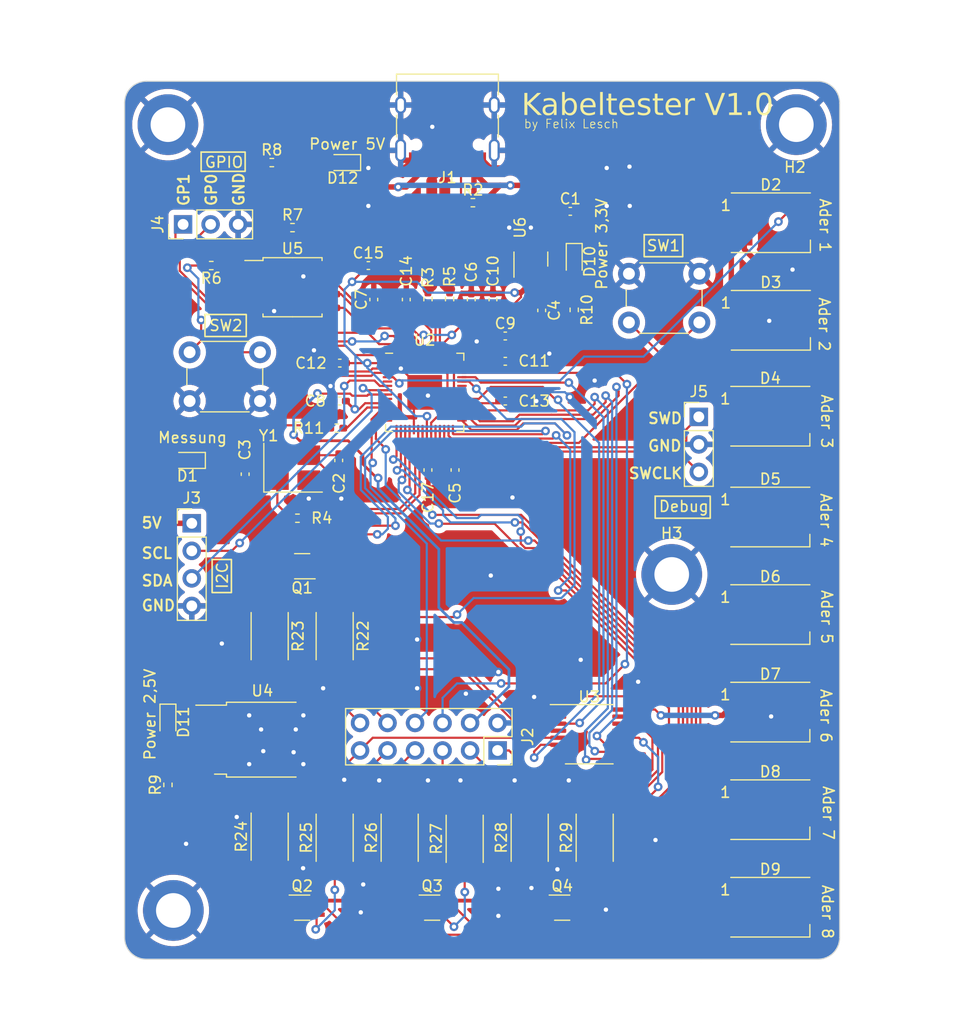
<source format=kicad_pcb>
(kicad_pcb (version 20221018) (generator pcbnew)
  (layers (0 "F.Cu" signal) (31 "B.Cu" signal) (34 "B.Paste" user) (35 "F.Paste" user) (36 "B.SilkS" user "B.Silkscreen") (37 "F.SilkS" user "F.Silkscreen") (38 "B.Mask" user) (39 "F.Mask" user) (44 "Edge.Cuts" user))
  (net 0 "")
  (net 1 "+5V")
  (net 2 "GND")
  (net 3 "Net-(U2-XIN)")
  (net 4 "Net-(C3-Pad2)")
  (net 5 "+3.3V")
  (net 6 "+1V1")
  (net 7 "Net-(D2-DOUT)")
  (net 8 "Net-(D2-DIN)")
  (net 9 "Net-(D3-DOUT)")
  (net 10 "Net-(D4-DOUT)")
  (net 11 "Net-(D5-DOUT)")
  (net 12 "Net-(D6-DOUT)")
  (net 13 "Net-(D7-DOUT)")
  (net 14 "Net-(D8-DOUT)")
  (net 16 "Net-(J1-CC1)")
  (net 19 "Net-(U2-QSPI_SS)")
  (net 20 "Net-(J2-Pin_1)")
  (net 21 "Net-(J2-Pin_3)")
  (net 22 "Net-(J2-Pin_5)")
  (net 23 "Net-(J2-Pin_7)")
  (net 24 "Net-(J5-Pin_3)")
  (net 25 "Net-(Q1A-S)")
  (net 26 "Net-(Q1A-G)")
  (net 27 "+2V5")
  (net 28 "Net-(Q1B-S)")
  (net 29 "Net-(Q1B-G)")
  (net 30 "Net-(Q2A-S)")
  (net 31 "Net-(Q2A-G)")
  (net 32 "Net-(Q2B-S)")
  (net 33 "Net-(Q2B-G)")
  (net 34 "Net-(Q3A-S)")
  (net 35 "Net-(Q3A-G)")
  (net 36 "Net-(Q3B-S)")
  (net 37 "Net-(Q3B-G)")
  (net 38 "Net-(Q4A-S)")
  (net 39 "Net-(Q4A-G)")
  (net 40 "Net-(Q4B-S)")
  (net 41 "Net-(Q4B-G)")
  (net 42 "Net-(U2-USB_DP)")
  (net 43 "Net-(U2-XOUT)")
  (net 44 "Net-(U2-USB_DM)")
  (net 45 "Net-(U2-RUN)")
  (net 46 "/GPIO9")
  (net 47 "/ADC2")
  (net 48 "Net-(U2-QSPI_SD1)")
  (net 49 "Net-(U2-QSPI_SD2)")
  (net 50 "Net-(U2-QSPI_SD0)")
  (net 51 "Net-(U2-QSPI_SCLK)")
  (net 52 "Net-(U2-QSPI_SD3)")
  (net 54 "/I2C0 SDA")
  (net 55 "Net-(U2-GPIO27_ADC1)")
  (net 59 "Net-(U2-GPIO22)")
  (net 60 "Net-(U2-GPIO21)")
  (net 61 "Net-(U2-GPIO20)")
  (net 62 "Net-(U2-GPIO19)")
  (net 63 "/GPIO8")
  (net 65 "/GPIO6")
  (net 66 "/I2C0 SCL")
  (net 69 "/GPIO1")
  (net 70 "/GPIO0")
  (net 71 "Net-(R6-Pad2)")
  (net 72 "Net-(J2-Pin_9)")
  (net 73 "Net-(J2-Pin_10)")
  (net 74 "Net-(J2-Pin_11)")
  (net 75 "Net-(J2-Pin_12)")
  (net 76 "Net-(D1-A)")
  (net 77 "Net-(D10-A)")
  (net 78 "Net-(D11-A)")
  (net 79 "Net-(D12-A)")
  (net 80 "Net-(J5-Pin_1)")
  (net 81 "/DP")
  (net 82 "/DN")
  (footprint "LED_SMD:LED_0603_1608Metric_Pad1.05x0.95mm_HandSolder" (layer "F.Cu") (at 128 102.125 -90)
    (fp_text reference "D11")
    (fp_text value "LED_Grün")
  )
  (footprint "Capacitor_SMD:C_0402_1005Metric_Pad0.74x0.62mm_HandSolder" (layer "F.Cu") (at 159.1375 72.5)
    (fp_text reference "C13")
    (fp_text value "100n")
  )
  (footprint "MountingHole:MountingHole_3.2mm_M3_DIN965_Pad" (layer "F.Cu") (at 174.5 88.5)
    (fp_text reference "H3")
    (fp_text value "MountingHole_Pad")
  )
  (footprint "Button_Switch_THT:SW_PUSH_6mm" (layer "F.Cu") (at 136.5 72.5 180)
    (fp_text reference "SW2")
    (fp_text value "SW_Push")
  )
  (footprint "Package_TO_SOT_SMD:SOT-363_SC-70-6_Handsoldering" (layer "F.Cu") (at 164.39 119.24)
    (fp_text reference "Q4")
    (fp_text value "BSD840NH6327XTSA1")
  )
  (footprint "Capacitor_SMD:C_0402_1005Metric_Pad0.74x0.62mm_HandSolder" (layer "F.Cu") (at 158 63.1375 90)
    (fp_text reference "C10")
    (fp_text value "100n")
  )
  (footprint "Connector_USB:USB_C_Receptacle_HRO_TYPE-C-31-M-12" (layer "F.Cu") (at 153.8 46.24 180)
    (fp_text reference "J1")
    (fp_text value "USB_C_Receptacle_USB2.0")
  )
  (footprint "Capacitor_SMD:C_0402_1005Metric_Pad0.74x0.62mm_HandSolder" (layer "F.Cu") (at 154.5 78.8625 -90)
    (fp_text reference "C5")
    (fp_text value "100n")
  )
  (footprint "Package_TO_SOT_SMD:SOT-363_SC-70-6_Handsoldering" (layer "F.Cu") (at 140.39 119.24)
    (fp_text reference "Q2")
    (fp_text value "BSD840NH6327XTSA1")
  )
  (footprint "Package_TO_SOT_SMD:SOT-363_SC-70-6_Handsoldering" (layer "F.Cu") (at 152.39 119.24)
    (fp_text reference "Q3")
    (fp_text value "BSD840NH6327XTSA1")
  )
  (footprint "Capacitor_SMD:C_0402_1005Metric_Pad0.74x0.62mm_HandSolder" (layer "F.Cu") (at 143.8625 72.5 180)
    (fp_text reference "C8")
    (fp_text value "100n")
  )
  (footprint "Capacitor_SMD:C_0402_1005Metric_Pad0.74x0.62mm_HandSolder" (layer "F.Cu") (at 165.1375 55)
    (fp_text reference "C1")
    (fp_text value "1u")
  )
  (footprint "Resistor_SMD:R_2512_6332Metric_Pad1.40x3.35mm_HandSolder" (layer "F.Cu") (at 167.39 112.79 90)
    (fp_text reference "R29")
    (fp_text value "20")
  )
  (footprint "Capacitor_SMD:C_0402_1005Metric_Pad0.74x0.62mm_HandSolder" (layer "F.Cu") (at 146.5 60)
    (fp_text reference "C15")
    (fp_text value "100n")
  )
  (footprint "LED_SMD:LED_0603_1608Metric_Pad1.05x0.95mm_HandSolder" (layer "F.Cu") (at 165.5 59.625 -90)
    (fp_text reference "D10")
    (fp_text value "LED_Grün")
  )
  (footprint "Package_SO:SOIC-8_5.23x5.23mm_P1.27mm" (layer "F.Cu") (at 139.5 62)
    (fp_text reference "U5")
    (fp_text value "W25Q128JVS")
  )
  (footprint "Resistor_SMD:R_2512_6332Metric_Pad1.40x3.35mm_HandSolder" (layer "F.Cu") (at 137.39 112.69 90)
    (fp_text reference "R24")
    (fp_text value "20")
  )
  (footprint "Resistor_SMD:R_0402_1005Metric_Pad0.72x0.64mm_HandSolder" (layer "F.Cu") (at 128 107.9125 90)
    (fp_text reference "R9")
    (fp_text value "220")
  )
  (footprint "Capacitor_SMD:C_0402_1005Metric_Pad0.74x0.62mm_HandSolder" (layer "F.Cu") (at 150 63.1375 90)
    (fp_text reference "C14")
    (fp_text value "100n")
  )
  (footprint "MountingHole:MountingHole_3.2mm_M3_DIN965_Pad" (layer "F.Cu") (at 128 47)
    (fp_text reference "H1" hide)
    (fp_text value "MountingHole_Pad")
  )
  (footprint "Capacitor_SMD:C_0402_1005Metric_Pad0.74x0.62mm_HandSolder" (layer "F.Cu") (at 143.8625 69 180)
    (fp_text reference "C12")
    (fp_text value "100n")
  )
  (footprint "Button_Switch_THT:SW_PUSH_6mm" (layer "F.Cu") (at 170.55 60.75)
    (fp_text reference "SW1")
    (fp_text value "SW_Push")
  )
  (footprint "MountingHole:MountingHole_3.2mm_M3_DIN965_Pad" (layer "F.Cu") (at 128.5 119.5)
    (fp_text reference "H4" hide)
    (fp_text value "MountingHole_Pad")
  )
  (footprint "LED_SMD:LED_WS2812B_PLCC4_5.0x5.0mm_P3.2mm" (layer "F.Cu") (at 183.6 83.2)
    (fp_text reference "D5")
    (fp_text value "WS2812B")
  )
  (footprint "Capacitor_SMD:C_0402_1005Metric_Pad0.74x0.62mm_HandSolder" (layer "F.Cu") (at 159.1375 68.834)
    (fp_text reference "C11")
    (fp_text value "100n")
  )
  (footprint "Resistor_SMD:R_0402_1005Metric_Pad0.72x0.64mm_HandSolder" (layer "F.Cu") (at 139.954 83.312)
    (fp_text reference "R4")
    (fp_text value "1k")
  )
  (footprint "Connector_PinHeader_2.54mm:PinHeader_1x03_P2.54mm_Vertical" (layer "F.Cu") (at 129.4 56.2 90)
    (fp_text reference "J4")
    (fp_text value "Conn_01x03_Button")
  )
  (footprint "Resistor_SMD:R_0402_1005Metric_Pad0.72x0.64mm_HandSolder" (layer "F.Cu") (at 137.5875 50.5)
    (fp_text reference "R8")
    (fp_text value "1k")
  )
  (footprint "LED_SMD:LED_WS2812B_PLCC4_5.0x5.0mm_P3.2mm" (layer "F.Cu") (at 183.6 119.2)
    (fp_text reference "D9")
    (fp_text value "WS2812B")
  )
  (footprint "Capacitor_SMD:C_0402_1005Metric_Pad0.74x0.62mm_HandSolder" (layer "F.Cu") (at 156 63.1375 90)
    (fp_text reference "C6")
    (fp_text value "100n")
  )
  (footprint "Resistor_SMD:R_0402_1005Metric_Pad0.72x0.64mm_HandSolder" (layer "F.Cu") (at 156.15 54.2)
    (fp_text reference "R2")
    (fp_text value "10k")
  )
  (footprint "Resistor_SMD:R_2512_6332Metric_Pad1.40x3.35mm_HandSolder" (layer "F.Cu") (at 143.39 94.19 -90)
    (fp_text reference "R22")
    (fp_text value "20")
  )
  (footprint "Crystal:Crystal_SMD_3225-4Pin_3.2x2.5mm_HandSoldering" (layer "F.Cu") (at 139.55 78.65)
    (fp_text reference "Y1")
    (fp_text value "Crystal_GND24_12MHz")
  )
  (footprint "Resistor_SMD:R_2512_6332Metric_Pad1.40x3.35mm_HandSolder" (layer "F.Cu") (at 143.39 112.79 90)
    (fp_text reference "R25")
    (fp_text value "20")
  )
  (footprint "Resistor_SMD:R_0402_1005Metric_Pad0.72x0.64mm_HandSolder" (layer "F.Cu") (at 165.5 64.0875 -90)
    (fp_text reference "R10")
    (fp_text value "470")
  )
  (footprint "Resistor_SMD:R_2512_6332Metric_Pad1.40x3.35mm_HandSolder" (layer "F.Cu") (at 155.39 112.89 90)
    (fp_text reference "R27")
    (fp_text value "20")
  )
  (footprint "LED_SMD:LED_WS2812B_PLCC4_5.0x5.0mm_P3.2mm" (layer "F.Cu") (at 183.6 92.2)
    (fp_text reference "D6")
    (fp_text value "WS2812B")
  )
  (footprint "Package_TO_SOT_SMD:TO-252-2" (layer "F.Cu") (at 136.715 103.74)
    (fp_text reference "U4")
    (fp_text value "LF25_TO252")
  )
  (footprint "Capacitor_SMD:C_0402_1005Metric_Pad0.74x0.62mm_HandSolder" (layer "F.Cu") (at 135.128 79.248 -90)
    (fp_text reference "C3")
    (fp_text value "27p")
  )
  (footprint "Resistor_SMD:R_2512_6332Metric_Pad1.40x3.35mm_HandSolder" (layer "F.Cu") (at 137.39 94.19 -90)
    (fp_text reference "R23")
    (fp_text value "20")
  )
  (footprint "Resistor_SMD:R_0402_1005Metric_Pad0.72x0.64mm_HandSolder" (layer "F.Cu") (at 132 60 180)
    (fp_text reference "R6")
    (fp_text value "1k")
  )
  (footprint "Capacitor_SMD:C_0402_1005Metric_Pad0.74x0.62mm_HandSolder" (layer "F.Cu") (at 159.1375 66.5)
    (fp_text reference "C9")
    (fp_text value "1u")
  )
  (footprint "LED_SMD:LED_WS2812B_PLCC4_5.0x5.0mm_P3.2mm" (layer "F.Cu") (at 183.65 56.05)
    (fp_text reference "D2")
    (fp_text value "WS2812B")
  )
  (footprint "Capacitor_SMD:C_0402_1005Metric_Pad0.74x0.62mm_HandSolder" (layer "F.Cu") (at 143.764 77.978 90)
    (fp_text reference "C2")
    (fp_text value "27p")
  )
  (footprint "Resistor_SMD:R_2512_6332Metric_Pad1.40x3.35mm_HandSolder" (layer "F.Cu") (at 149.39 112.79 90)
    (fp_text reference "R26")
    (fp_text value "20")
  )
  (footprint "Resistor_SMD:R_0402_1005Metric_Pad0.72x0.64mm_HandSolder" (layer "F.Cu") (at 143.5875 75 180)
    (fp_text reference "R11")
    (fp_text value "470")
  )
  (footprint "Connector_PinHeader_2.54mm:PinHeader_1x03_P2.54mm_Vertical" (layer "F.Cu") (at 177 73.96)
    (fp_text reference "J5")
    (fp_text value "Conn_01x03_Debug")
  )
  (footprint "Package_TO_SOT_SMD:SOT-363_SC-70-6_Handsoldering" (layer "F.Cu") (at 140.39 87.74 180)
    (fp_text reference "Q1")
    (fp_text value "BSD840NH6327XTSA1")
  )
  (footprint "Capacitor_SMD:C_0402_1005Metric_Pad0.74x0.62mm_HandSolder" (layer "F.Cu") (at 152 78.8625 -90)
    (fp_text reference "C17")
    (fp_text value "100n")
  )
  (footprint "Package_TO_SOT_SMD:SOT-23" (layer "F.Cu") (at 161.5 59.4 90)
    (fp_text reference "U6")
    (fp_text value "AP1117-33")
  )
  (footprint "LED_SMD:LED_WS2812B_PLCC4_5.0x5.0mm_P3.2mm" (layer "F.Cu") (at 183.6 110.2)
    (fp_text reference "D8")
    (fp_text value "WS2812B")
  )
  (footprint "Package_SO:TSSOP-16_4.4x5mm_P0.65mm" (layer "F.Cu") (at 166.89 103.24)
    (fp_text reference "U3")
    (fp_text value "74HC4051")
  )
  (footprint "Resistor_SMD:R_0402_1005Metric_Pad0.72x0.64mm_HandSolder" (layer "F.Cu") (at 139.5 56.5)
    (fp_text reference "R7")
    (fp_text value "10k")
  )
  (footprint "Resistor_SMD:R_0402_1005Metric_Pad0.72x0.64mm_HandSolder" (layer "F.Cu") (at 152 63.0875 -90)
    (fp_text reference "R3")
    (fp_text value "27,4")
  )
  (footprint "Capacitor_SMD:C_0402_1005Metric_Pad0.74x0.62mm_HandSolder" (layer "F.Cu") (at 147 63.1375 90)
    (fp_text reference "C7")
    (fp_text value "1u")
  )
  (footprint "MountingHole:MountingHole_3.2mm_M3_DIN965_Pad" (layer "F.Cu") (at 186 47)
    (fp_text reference "H2")
    (fp_text value "MountingHole_Pad")
  )
  (footprint "Resistor_SMD:R_0402_1005Metric_Pad0.72x0.64mm_HandSolder" (layer "F.Cu") (at 154 63.0875 -90)
    (fp_text reference "R5")
    (fp_text value "27,4")
  )
  (footprint "LED_SMD:LED_0603_1608Metric_Pad1.05x0.95mm_HandSolder" (layer "F.Cu") (at 144.125 50.5 180)
    (fp_text reference "D12")
    (fp_text value "LED_Grün")
  )
  (footprint "Connector_PinHeader_2.54mm:PinHeader_1x04_P2.54mm_Vertical" (layer "F.Cu") (at 130.2 83.78)
    (fp_text reference "J3")
    (fp_text value "Conn_01x04_I2C")
  )
  (footprint "Connector_PinSocket_2.54mm:PinSocket_2x06_P2.54mm_Vertical" (layer "F.Cu") (at 158.43 104.74 -90)
    (fp_text reference "J2")
    (fp_text value "Conn_02x06_Odd_Even")
  )
  (footprint "Capacitor_SMD:C_0402_1005Metric_Pad0.74x0.62mm_HandSolder" (layer "F.Cu") (at 162.5 64.1375 -90)
    (fp_text reference "C4")
    (fp_text value "1u")
  )
  (footprint "Package_DFN_QFN:QFN-56-1EP_7x7mm_P0.4mm_EP3.2x3.2mm" (layer "F.Cu") (at 151.7 71.7)
    (fp_text reference "U2")
    (fp_text value "RP2040")
  )
  (footprint "LED_SMD:LED_WS2812B_PLCC4_5.0x5.0mm_P3.2mm" (layer "F.Cu") (at 183.6 101.2)
    (fp_text reference "D7")
    (fp_text value "WS2812B")
  )
  (footprint "Resistor_SMD:R_2512_6332Metric_Pad1.40x3.35mm_HandSolder" (layer "F.Cu") (at 161.39 112.79 90)
    (fp_text reference "R28")
    (fp_text value "20")
  )
  (footprint "LED_SMD:LED_0603_1608Metric_Pad1.05x0.95mm_HandSolder" (layer "F.Cu") (at 129.794 77.978 180)
    (fp_text reference "D1")
    (fp_text value "LED_Rot")
  )
  (footprint "LED_SMD:LED_WS2812B_PLCC4_5.0x5.0mm_P3.2mm" (layer "F.Cu") (at 183.6 73.9)
    (fp_text reference "D4")
    (fp_text value "WS2812B")
  )
  (footprint "LED_SMD:LED_WS2812B_PLCC4_5.0x5.0mm_P3.2mm" (layer "F.Cu") (at 183.65 65.05)
    (fp_text reference "D3")
    (fp_text value "WS2812B")
  )
  (gr_rect (start 131.418 64.516) (end 135.228 66.548) (stroke (width 0.15)) (fill none) (layer "F.SilkS"))
  (gr_rect (start 172.974 81.28) (end 178.054 83.312) (stroke (width 0.15)) (fill none) (layer "F.SilkS"))
  (gr_rect (start 171.958 57.15) (end 175.514 59.182) (stroke (width 0.15)) (fill none) (layer "F.SilkS"))
  (gr_rect (start 131.064 49.53) (end 135.128 51.308) (stroke (width 0.15)) (fill none) (layer "F.SilkS"))
  (gr_rect (start 132.08 87.122) (end 133.858 90.17) (stroke (width 0.15)) (fill none) (layer "F.SilkS"))
  (gr_arc (start 124 45) (mid 124.585786 43.585786) (end 126 43) (stroke (width 0.1)) (layer "Edge.Cuts"))
  (gr_line (start 124 45) (end 124 122) (stroke (width 0.1)) (layer "Edge.Cuts"))
  (gr_line (start 126 124) (end 177.2 124) (stroke (width 0.1)) (layer "Edge.Cuts"))
  (gr_line (start 177.2 124) (end 188 124) (stroke (width 0.1)) (layer "Edge.Cuts"))
  (gr_arc (start 188 43) (mid 189.414214 43.585786) (end 190 45) (stroke (width 0.1)) (layer "Edge.Cuts"))
  (gr_line (start 190 122) (end 190 45) (stroke (width 0.1)) (layer "Edge.Cuts"))
  (gr_arc (start 126 124) (mid 124.585786 123.414214) (end 124 122) (stroke (width 0.1)) (layer "Edge.Cuts"))
  (gr_arc (start 190 122) (mid 189.414214 123.414214) (end 188 124) (stroke (width 0.1)) (layer "Edge.Cuts"))
  (gr_line (start 126 43) (end 188 43) (stroke (width 0.1)) (layer "Edge.Cuts"))
  (gr_text "Ader 8\n" (at 188.3 117.05 270) (layer "F.SilkS") (effects (font (size 1 1)) (justify left bottom)))
  (gr_text "I2C" (at 133.604 89.916 90) (layer "F.SilkS") (effects (font (size 1 1)) (justify left bottom)))
  (gr_text "5V" (at 125.476 84.328) (layer "F.SilkS") (effects (font (size 1 1) (thickness 0.1875)) (justify left bottom)))
  (gr_text "GP0" (at 132.588 54.61 90) (layer "F.SilkS") (effects (font (size 1 1) (thickness 0.1875)) (justify left bottom)))
  (gr_text "Ader 4\n" (at 188.15 80.925 270) (layer "F.SilkS") (effects (font (size 1 1)) (justify left bottom)))
  (gr_text "Ader 6\n" (at 188.15 98.975 270) (layer "F.SilkS") (effects (font (size 1 1)) (justify left bottom)))
  (gr_text "by Felix Lesch" (at 160.8 47.4) (layer "F.SilkS") (effects (font (size 0.8 0.8) (thickness 0.08)) (justify left bottom)))
  (gr_text "GND\n" (at 135.128 54.61 90) (layer "F.SilkS") (effects (font (size 1 1) (thickness 0.1875)) (justify left bottom)))
  (gr_text "SWCLK" (at 170.434 79.756) (layer "F.SilkS") (effects (font (size 1 1) (thickness 0.1875)) (justify left bottom)))
  (gr_text "Power 3,3V" (at 168.625 62.325 90) (layer "F.SilkS") (effects (font (size 1 1)) (justify left bottom)))
  (gr_text "SCL" (at 125.476 87.122) (layer "F.SilkS") (effects (font (size 1 1) (thickness 0.1875)) (justify left bottom)))
  (gr_text "Power 2,5V" (at 126.925 105.725 90) (layer "F.SilkS") (effects (font (size 1 1)) (justify left bottom)))
  (gr_text "SDA" (at 125.476 89.662) (layer "F.SilkS") (effects (font (size 1 1) (thickness 0.1875)) (justify left bottom)))
  (gr_text "Ader 5" (at 188.225 89.85 270) (layer "F.SilkS") (effects (font (size 1 1)) (justify left bottom)))
  (gr_text "Ader 1" (at 188.075 53.725 -90) (layer "F.SilkS") (effects (font (size 1 1)) (justify left bottom)))
  (gr_text "GP1\n" (at 130.048 54.61 90) (layer "F.SilkS") (effects (font (size 1 1) (thickness 0.1875)) (justify left bottom)))
  (gr_text "Power 5V" (at 140.95 49.375) (layer "F.SilkS") (effects (font (size 1 1)) (justify left bottom)))
  (gr_text "GND\n" (at 125.476 91.948) (layer "F.SilkS") (effects (font (size 1 1) (thickness 0.1875)) (justify left bottom)))
  (gr_text "Ader 7" (at 188.375 107.925 270) (layer "F.SilkS") (effects (font (size 1 1)) (justify left bottom)))
  (gr_text "Debug\n" (at 173.228 82.804) (layer "F.SilkS") (effects (font (size 1 1)) (justify left bottom)))
  (gr_text "GPIO\n" (at 131.318 51.054) (layer "F.SilkS") (effects (font (size 1 1)) (justify left bottom)))
  (gr_text "Ader 3" (at 188.225 71.8 270) (layer "F.SilkS") (effects (font (size 1 1)) (justify left bottom)))
  (gr_text "Messung\n" (at 127 76.454) (layer "F.SilkS") (effects (font (size 1 1)) (justify left bottom)))
  (gr_text "SWD" (at 172.212 74.676) (layer "F.SilkS") (effects (font (size 1 1) (thickness 0.1875)) (justify left bottom)))
  (gr_text "GND\n" (at 172.212 77.216) (layer "F.SilkS") (effects (font (size 1 1) (thickness 0.1875)) (justify left bottom)))
  (gr_text "Ader 2\n" (at 188 62.85 -90) (layer "F.SilkS") (effects (font (size 1 1)) (justify left bottom)))
  (gr_text "Kabeltester V1.0" (at 160.625 46.45) (layer "F.SilkS") (effects (font (size 2 2)) (justify left bottom)))
  (segment (start 128.23 83.78) (end 125.73 81.28) (width 0.5) (layer "F.Cu") (net 1))
  (segment (start 162.13125 57.83125) (end 164.57 55.3925) (width 0.2) (layer "F.Cu") (net 1))
  (segment (start 179.95 82.75) (end 179.95 89.35) (width 0.5) (layer "F.Cu") (net 1))
  (segment (start 156.25 50.285) (end 156.25 51.41) (width 0.5) (layer "F.Cu") (net 1))
  (segment (start 162.5 57.4625) (end 162.13125 57.83125) (width 0.2) (layer "F.Cu") (net 1))
  (segment (start 157.0625 54.2) (end 161.7 54.2) (width 0.2) (layer "F.Cu") (net 1))
  (segment (start 181.15 108.55) (end 179.95 109.75) (width 0.5) (layer "F.Cu") (net 1))
  (segment (start 179.9 91.8) (end 179.9 98.3) (width 0.5) (layer "F.Cu") (net 1))
  (segment (start 159.6 52.6) (end 158.6625 52.6) (width 0.5) (layer "F.Cu") (net 1))
  (segment (start 159.6 52.6) (end 179.4 52.6) (width 0.5) (layer "F.Cu") (net 1))
  (segment (start 179.95 100.75) (end 179.95 107.35) (width 0.5) (layer "F.Cu") (net 1))
  (segment (start 180 71.1) (end 181.15 72.25) (width 0.5) (layer "F.Cu") (net 1))
  (segment (start 179.4 52.6) (end 181.2 54.4) (width 0.5) (layer "F.Cu") (net 1))
  (segment (start 162.5 55) (end 162.5 57.4625) (width 0.2) (layer "F.Cu") (net 1))
  (segment (start 151.35 51.4) (end 151.35 50.285) (width 0.5) (layer "F.Cu") (net 1))
  (segment (start 181.15 99.55) (end 179.95 100.75) (width 0.5) (layer "F.Cu") (net 1))
  (segment (start 157.0625 54.2) (end 158.6625 52.6) (width 0.5) (layer "F.Cu") (net 1))
  (segment (start 125.73 95.6) (end 131.59 101.46) (width 0.5) (layer "F.Cu") (net 1))
  (segment (start 156.25 51.41) (end 157.44 52.6) (width 0.5) (layer "F.Cu") (net 1))
  (segment (start 179.95 107.35) (end 181.15 108.55) (width 0.5) (layer "F.Cu") (net 1))
  (segment (start 179.9 98.3) (end 181.15 99.55) (width 0.5) (layer "F.Cu") (net 1))
  (segment (start 130.2 83.78) (end 128.23 83.78) (width 0.5) (layer "F.Cu") (net 1))
  (segment (start 125.73 81.28) (end 125.73 55.372) (width 0.5) (layer "F.Cu") (net 1))
  (segment (start 164.57 55.3925) (end 164.57 55) (width 0.2) (layer "F.Cu") (net 1))
  (segment (start 179.95 80.35) (end 181.15 81.55) (width 0.5) (layer "F.Cu") (net 1))
  (segment (start 179.2 101.5) (end 179.95 100.75) (width 0.5) (layer "F.Cu") (net 1))
  (segment (start 181.15 81.55) (end 179.95 82.75) (width 0.5) (layer "F.Cu") (net 1))
  (segment (start 157.44 52.6) (end 158.6625 52.6) (width 0.5) (layer "F.Cu") (net 1))
  (segment (start 179.95 89.35) (end 181.15 90.55) (width 0.5) (layer "F.Cu") (net 1))
  (segment (start 128.352 52.75) (end 125.73 55.372) (width 0.5) (layer "F.Cu") (net 1))
  (segment (start 172.965 100.965) (end 173.5 101.5) (width 0.2) (layer "F.Cu") (net 1))
  (segment (start 181.15 72.25) (end 179.95 73.45) (width 0.5) (layer "F.Cu") (net 1))
  (segment (start 161.7 54.2) (end 162.5 55) (width 0.2) (layer "F.Cu") (net 1))
  (segment (start 133.5 52.75) (end 134.425 52.75) (width 0.2) (layer "F.Cu") (net 1))
  (segment (start 180 64.6) (end 180 71.1) (width 0.5) (layer "F.Cu") (net 1))
  (segment (start 181.15 90.55) (end 179.9 91.8) (width 0.5) (layer "F.Cu") (net 1))
  (segment (start 136.675 50.5) (end 136.99 50.5) (width 0.2) (layer "F.Cu") (net 1))
  (segment (start 156.25 50.285) (end 156.25 53.3875) (width 0.5) (layer "F.Cu") (net 1))
  (segment (start 125.73 81.28) (end 125.73 95.6) (width 0.5) (layer "F.Cu") (net 1))
  (segment (start 134.425 52.75) (end 136.675 50.5) (width 0.2) (layer "F.Cu") (net 1))
  (segment (start 162.13125 57.83125) (end 161.5 58.4625) (width 0.2) (layer "F.Cu") (net 1))
  (segment (start 150 52.75) (end 151.35 51.4) (width 0.5) (layer "F.Cu") (net 1))
  (segment (start 181.2 63.4) (end 180 64.6) (width 0.5) (layer "F.Cu") (net 1))
  (segment (start 179.95 109.75) (end 179.95 116.35) (width 0.5) (layer "F.Cu") (net 1))
  (segment (start 180 62.2) (end 181.2 63.4) (width 0.5) (layer "F.Cu") (net 1))
  (segment (start 169.7525 100.965) (end 172.965 100.965) (width 0.2) (layer "F.Cu") (net 1))
  (segment (start 149.25 52.75) (end 150 52.75) (width 0.5) (layer "F.Cu") (net 1))
  (segment (start 180 55.6) (end 180 62.2) (width 0.5) (layer "F.Cu") (net 1))
  (segment (start 178.5 101.5) (end 179.2 101.5) (width 0.5) (layer "F.Cu") (net 1))
  (segment (start 133.5 52.75) (end 128.352 52.75) (width 0.5) (layer "F.Cu") (net 1))
  (segment (start 149.25 52.75) (end 133.5 52.75) (width 0.5) (layer "F.Cu") (net 1))
  (segment (start 179.95 73.45) (end 179.95 80.35) (width 0.5) (layer "F.Cu") (net 1))
  (segment (start 156.25 53.3875) (end 157.0625 54.2) (width 0.5) (layer "F.Cu") (net 1))
  (segment (start 179.95 116.35) (end 181.15 117.55) (width 0.5) (layer "F.Cu") (net 1))
  (segment (start 181.2 54.4) (end 180 55.6) (width 0.5) (layer "F.Cu") (net 1))
  (via (at 149.25 52.75) (size 0.8) (drill 0.4) (layers "F.Cu" "B.Cu") (net 1))
  (via (at 178.5 101.5) (size 0.8) (drill 0.4) (layers "F.Cu" "B.Cu") (net 1))
  (via (at 173.5 101.5) (size 0.8) (drill 0.4) (layers "F.Cu" "B.Cu") (net 1))
  (via (at 159.6 52.6) (size 0.8) (drill 0.4) (layers "F.Cu" "B.Cu") (net 1))
  (segment (start 149.25 52.75) (end 149.4 52.6) (width 0.5) (layer "B.Cu") (net 1))
  (segment (start 149.4 52.6) (end 159.6 52.6) (width 0.5) (layer "B.Cu") (net 1))
  (segment (start 173.5 101.5) (end 178.5 101.5) (width 0.5) (layer "B.Cu") (net 1))
  (segment (start 149.5 69.5) (end 152 72) (width 0.2) (layer "F.Cu") (net 2))
  (segment (start 150.55 50.285) (end 149.335 51.5) (width 0.5) (layer "F.Cu") (net 2))
  (segment (start 141.478 67.818) (end 142.66 69) (width 0.2) (layer "F.Cu") (net 2))
  (segment (start 150.7 75.1375) (end 150.7 72.7) (width 0.2) (layer "F.Cu") (net 2))
  (segment (start 142.66 69) (end 143 69) (width 0.2) (layer "F.Cu") (net 2))
  (segment (start 150.7 72.7) (end 151.7 71.7) (width 0.2) (layer "F.Cu") (net 2))
  (segment (start 157.765 51) (end 159.5 51) (width 0.5) (layer "F.Cu") (net 2))
  (segment (start 149.335 51.5) (end 148 51.5) (width 0.5) (layer "F.Cu") (net 2))
  (segment (start 157.05 50.285) (end 157.765 51) (width 0.5) (layer "F.Cu") (net 2))
  (via (at 141 81.5) (size 0.8) (drill 0.4) (layers "F.Cu" "B.Cu") (net 2))
  (via (at 173 113) (size 0.8) (drill 0.4) (layers "F.Cu" "B.Cu") (net 2))
  (via (at 135.5 101.5) (size 0.8) (drill 0.4) (layers "F.Cu" "B.Cu") (net 2))
  (via (at 129.675 113.35) (size 0.8) (drill 0.4) (layers "F.Cu" "B.Cu") (net 2))
  (via (at 161.8 99.8) (size 0.8) (drill 0.4) (layers "F.Cu" "B.Cu") (net 2))
  (via (at 144.272 107.442) (size 0.8) (drill 0.4) (layers "F.Cu" "B.Cu") (net 2))
  (via (at 155.5 99.5) (size 0.8) (drill 0.4) (layers "F.Cu" "B.Cu") (net 2))
  (via (at 168.425 119.425) (size 0.8) (drill 0.4) (layers "F.Cu" "B.Cu") (net 2))
  (via (at 159.5 56.5) (size 0.8) (drill 0.4) (layers "F.Cu" "B.Cu") (net 2))
  (via (at 157.8 88.6) (size 0.8) (drill 0.4) (layers "F.Cu" "B.Cu") (net 2))
  (via (at 139.6 104.9) (size 0.8) (drill 0.4) (layers "F.Cu" "B.Cu") (net 2))
  (via (at 159.8 81.4) (size 0.8) (drill 0.4) (layers "F.Cu" "B.Cu") (net 2))
  (via (at 142.325 99) (size 0.8) (drill 0.4) (layers "F.Cu" "B.Cu") (net 2))
  (via (at 183.675 101.6) (size 0.8) (drill 0.4) (layers "F.Cu" "B.Cu") (net 2))
  (via (at 160 107.5) (size 0.8) (drill 0.4) (layers "F.Cu" "B.Cu") (net 2))
  (via (at 158.5 117.5) (size 0.8) (drill 0.4) (layers "F.Cu" "B.Cu") (net 2))
  (via (at 167.386 70.612) (size 0.8) (drill 0.4) (layers "F.Cu" "B.Cu") (net 2))
  (via (at 161.5 56.5) (size 0.8) (drill 0.4) (layers "F.Cu" "B.Cu") (net 2))
  (via (at 162 72.5) (size 0.8) (drill 0.4) (layers "F.Cu" "B.Cu") (net 2))
  (via (at 135.5 106) (size 0.8) (drill 0.4) (layers "F.Cu" "B.Cu") (net 2))
  (via (at 163.95 115.7) (size 0.8) (drill 0.4) (layers "F.Cu" "B.Cu") (net 2))
  (via (at 152 107.5) (size 0.8) (drill 0.4) (layers "F.Cu" "B.Cu") (net 2))
  (via (at 165.1 72.136) (size 0.8) (drill 0.4) (layers "F.Cu" "B.Cu") (net 2))
  (via (at 140.475 115.6) (size 0.8) (drill 0.4) (layers "F.Cu" "B.Cu") (net 2))
  (via (at 145.8 119.675) (size 0.8) (drill 0.4) (layers "F.Cu" "B.Cu") (net 2))
  (via (at 185.65 60.375) (size 0.8) (drill 0.4) (layers "F.Cu" "B.Cu") (net 2))
  (via (at 136.6 102.8) (size 0.8) (drill 0.4) (layers "F.Cu" "B.Cu") (net 2))
  (via (at 147.5 107.5) (size 0.8) (drill 0.4) (layers "F.Cu" "B.Cu") (net 2))
  (via (at 140.5 106) (size 0.8) (drill 0.4) (layers "F.Cu" "B.Cu") (net 2))
  (via (at 140.5 61) (size 0.8) (drill 0.4) (layers "F.Cu" "B.Cu") (net 2))
  (via (at 156.5 67) (size 0.8) (drill 0.4) (layers "F.Cu" "B.Cu") (net 2))
  (via (at 183.5 65.1) (size 0.8) (drill 0.4) (layers "F.Cu" "B.Cu") (net 2))
  (via (at 137.8 64.2) (size 0.8) (drill 0.4) (layers "F.Cu" "B.Cu") (net 2))
  (via (at 151 94.5) (size 0.8) (drill 0.4) (layers "F.Cu" "B.Cu") (net 2))
  (via (at 158.5 120) (size 0.8) (drill 0.4) (layers "F.Cu" "B.Cu") (net 2))
  (via (at 152.4 47.2) (size 0.8) (drill 0.4) (layers "F.Cu" "B.Cu") (net 2))
  (via (at 168.5 54.5) (size 0.8) (drill 0.4) (layers "F.Cu" "B.Cu") (net 2))
  (via (at 163.2 68.125) (size 0.8) (drill 0.4) (layers "F.Cu" "B.Cu") (net 2))
  (via (at 155 107.5) (size 0.8) (drill 0.4) (layers "F.Cu" "B.Cu") (net 2))
  (via (at 132.975 94.875) (size 0.8) (drill 0.4) (layers "F.Cu" "B.Cu") (net 2))
  (via (at 146.5 51) (size 0.8) (drill 0.4) (layers "F.Cu" "B.Cu") (net 2))
  (via (at 161.55 117.425) (size 0.8) (drill 0.4) (layers "F.Cu" "B.Cu") (net 2))
  (via (at 141.478 67.818) (size 0.8) (drill 0.4) (layers "F.Cu" "B.Cu") (net 2))
  (via (at 158.5 97.5) (size 0.8) (drill 0.4) (layers "F.Cu" "B.Cu") (net 2))
  (via (at 139.8 102.8) (size 0.8) (drill 0.4) (layers "F.Cu" "B.Cu") (net 2))
  (via (at 144 81.5) (size 0.8) (drill 0.4) (layers "F.Cu" "B.Cu") (net 2))
  (via (at 171.4 98.4) (size 0.8) (drill 0.4) (layers "F.Cu" "B.Cu") (net 2))
  (via (at 170.6 50.875) (size 0.8) (drill 0.4) (layers "F.Cu" "B.Cu") (net 2))
  (via (at 146.025 117.1) (size 0.8) (drill 0.4) (layers "F.Cu" "B.Cu") (net 2))
  (via (at 170.625 54.5) (size 0.8) (drill 0.4) (layers "F.Cu" "B.Cu") (net 2))
  (via (at 166.1 96.375) (size 0.8) (drill 0.4) (layers "F.Cu" "B.Cu") (net 2))
  (via (at 151 99) (size 0.8) (drill 0.4) (layers "F.Cu" "B.Cu") (net 2))
  (via (at 168.5 51) (size 0.8) (drill 0.4) (layers "F.Cu" "B.Cu") (net 2))
  (via (at 136.8 104.8) (size 0.8) (drill 0.4) (layers "F.Cu" "B.Cu") (net 2))
  (via (at 143.002 71.12) (size 0.8) (drill 0.4) (layers "F.Cu" "B.Cu") (net 2))
  (via (at 165 107.5) (size 0.8) (drill 0.4) (layers "F.Cu" "B.Cu") (net 2))
  (via (at 140.5 101.5) (size 0.8) (drill 0.4) (layers "F.Cu" "B.Cu") (net 2))
  (via (at 146.5 54.5) (size 0.8) (drill 0.4) (layers "F.Cu" "B.Cu") (net 2))
  (via (at 149.5 69.5) (size 0.8) (drill 0.4) (layers "F.Cu" "B.Cu") (net 2))
  (via (at 152 72) (size 0.8) (drill 0.4) (layers "F.Cu" "B.Cu") (net 2))
  (via (at 134.35 110.875) (size 0.8) (drill 0.4) (layers "F.Cu" "B.Cu") (net 2))
  (segment (start 162.819171 71.680829) (end 162 72.5) (width 0.2) (layer "B.Cu") (net 2))
  (segment (start 165.1 72.136) (end 164.644829 71.680829) (width 0.2) (layer "B.Cu") (net 2))
  (segment (start 164.644829 71.680829) (end 162.819171 71.680829) (width 0.2) (layer "B.Cu") (net 2))
  (segment (start 149.371814 82.4625) (end 143.4625 82.4625) (width 0.2) (layer "F.Cu") (net 3))
  (segment (start 143.6745 77.5) (end 141 77.5) (width 0.2) (layer "F.Cu") (net 3))
  (segment (start 150.825 81.009314) (end 149.371814 82.4625) (width 0.2) (layer "F.Cu") (net 3))
  (segment (start 151.1 75.1375) (end 151.1 77.036674) (width 0.2) (layer "F.Cu") (net 3))
  (segment (start 143.4625 82.4625) (end 142.989 81.989) (width 0.2) (layer "F.Cu") (net 3))
  (segment (start 150.825 77.311674) (end 150.825 81.009314) (width 0.2) (layer "F.Cu") (net 3))
  (segment (start 143.764 77.4105) (end 143.6745 77.5) (width 0.2) (layer "F.Cu") (net 3))
  (segment (start 142.989 81.989) (end 142.989 79.239) (width 0.2) (layer "F.Cu") (net 3))
  (segment (start 151.1 77.036674) (end 150.825 77.311674) (width 0.2) (layer "F.Cu") (net 3))
  (segment (start 141.25 77.5) (end 141 77.5) (width 0.2) (layer "F.Cu") (net 3))
  (segment (start 142.989 79.239) (end 141.25 77.5) (width 0.2) (layer "F.Cu") (net 3))
  (segment (start 135.1435 79.8) (end 138.1 79.8) (width 0.2) (layer "F.Cu") (net 4))
  (segment (start 139.3565 83.312) (end 138.1 82.0555) (width 0.2) (layer "F.Cu") (net 4))
  (segment (start 138.1 82.0555) (end 138.1 79.8) (width 0.2) (layer "F.Cu") (net 4))
  (segment (start 135.128 79.8155) (end 135.1435 79.8) (width 0.2) (layer "F.Cu") (net 4))
  (segment (start 153.694975 69) (end 153.9 68.794975) (width 0.2) (layer "F.Cu") (net 5))
  (segment (start 156.8075 68.2625) (end 158.57 66.5) (width 0.2) (layer "F.Cu") (net 5))
  (segment (start 145.255378 73.255378) (end 145.644622 73.255378) (width 0.2) (layer "F.Cu") (net 5))
  (segment (start 160.5875 62.9125) (end 160.5875 62.5) (width 0.2) (layer "F.Cu") (net 5))
  (segment (start 145.255378 73.255378) (end 145.185378 73.255378) (width 0.25) (layer "F.Cu") (net 5))
  (segment (start 162.5 60.6875) (end 162.45 60.6375) (width 0.5) (layer "F.Cu") (net 5))
  (segment (start 154.3 68.2625) (end 156.8075 68.2625) (width 0.2) (layer "F.Cu") (net 5))
  (segment (start 145 61.5) (end 145.9325 60.5675) (width 0.2) (layer "F.Cu") (net 5))
  (segment (start 151.9 75.1375) (end 151.9 78.195) (width 0.2) (layer "F.Cu") (net 5))
  (segment (start 151.9 68.394975) (end 152.505025 69) (width 0.2) (layer "F.Cu") (net 5))
  (segment (start 152.3 66.005) (end 150 63.705) (width 0.2) (layer "F.Cu") (net 5))
  (segment (start 154.605025 69.1) (end 154.4 69.305025) (width 0.2) (layer "F.Cu") (net 5))
  (segment (start 154.3 68.394975) (end 153.694975 69) (width 0.2) (layer "F.Cu") (net 5))
  (segment (start 153.694975 69) (end 155.0375 69) (width 0.2) (layer "F.Cu") (net 5))
  (segment (start 145.8375 60.095) (end 143.1 60.095) (width 0.2) (layer "F.Cu") (net 5))
  (segment (start 162.5 63.275) (end 162.5 60.6875) (width 0.5) (layer "F.Cu") (net 5))
  (segment (start 151.9 73.910757) (end 151.9 75.1375) (width 0.2) (layer "F.Cu") (net 5))
  (segment (start 154.6 72.7) (end 155.05 72.7) (width 0.2) (layer "F.Cu") (net 5))
  (segment (start 158.37 72.7) (end 158.57 72.5) (width 0.2) (layer "F.Cu") (net 5))
  (segment (start 151.911256 73.899501) (end 151.9 73.910757) (width 0.2) (layer "F.Cu") (net 5))
  (segment (start 154.4 72.5) (end 154.6 72.7) (width 0.2) (layer "F.Cu") (net 5))
  (segment (start 151.9 68.2625) (end 151.9 68.394975) (width 0.2) (layer "F.Cu") (net 5))
  (segment (start 155.1375 69.1) (end 155.4035 68.834) (width 0.2) (layer "F.Cu") (net 5))
  (segment (start 144.725 69) (end 146.4 69) (width 0.2) (layer "F.Cu") (net 5))
  (segment (start 140.0975 56.5) (end 140.0975 57.0925) (width 0.2) (layer "F.Cu") (net 5))
  (segment (start 145.9325 60) (end 145.8375 60.095) (width 0.2) (layer "F.Cu") (net 5))
  (segment (start 154.3 68.2625) (end 154.3 68.394975) (width 0.2) (layer "F.Cu") (net 5))
  (segment (start 160 62.5) (end 160.5875 62.5) (width 0.5) (layer "F.Cu") (net 5))
  (segment (start 160.5875 62.5) (end 162.45 60.6375) (width 0.5) (layer "F.Cu") (net 5))
  (segment (start 155.1375 69.1) (end 154.605025 69.1) (width 0.2) (layer "F.Cu") (net 5))
  (segment (start 151.9 68.2625) (end 152.3 68.2625) (width 0.2) (layer "F.Cu") (net 5))
  (segment (start 162.45 60.6375) (end 165.3025 63.49) (width 0.5) (layer "F.Cu") (net 5))
  (segment (start 145.644622 73.255378) (end 146.2 72.7) (width 0.2) (layer "F.Cu") (net 5))
  (segment (start 158 64.1625) (end 158 63.705) (width 0.2) (layer "F.Cu") (net 5))
  (segment (start 155.1375 72.7) (end 158.37 72.7) (width 0.2) (layer "F.Cu") (net 5))
  (segment (start 153.9 68.794975) (end 153.9 68.2625) (width 0.2) (layer "F.Cu") (net 5))
  (segment (start 153.9 68.2625) (end 158 64.1625) (width 0.2) (layer "F.Cu") (net 5))
  (segment (start 155.4035 68.834) (end 158.57 68.834) (width 0.2) (layer "F.Cu") (net 5))
  (segment (start 165.3025 63.49) (end 165.5 63.49) (width 0.5) (layer "F.Cu") (net 5))
  (segment (start 154.4 69.305025) (end 154.4 72.5) (width 0.2) (layer "F.Cu") (net 5))
  (segment (start 155.0375 69) (end 155.1375 69.1) (width 0.2) (layer "F.Cu") (net 5))
  (segment (start 152.3 68.2625) (end 152.3 66.005) (width 0.2) (layer "F.Cu") (net 5))
  (segment (start 158.57 66.5) (end 158.57 64.93) (width 0.2) (layer "F.Cu") (net 5))
  (segment (start 148.1625 69) (end 148.2625 69.1) (width 0.2) (layer "F.Cu") (net 5))
  (segment (start 152.505025 69) (end 153.694975 69) (width 0.2) (layer "F.Cu") (net 5))
  (segment (start 140.0975 57.0925) (end 143.1 60.095) (width 0.2) (layer "F.Cu") (net 5))
  (segment (start 158.57 64.93) (end 160.5875 62.9125) (width 0.2) (layer "F.Cu") (net 5))
  (segment (start 145.9325 60.5675) (end 145.9325 60) (width 0.2) (layer "F.Cu") (net 5))
  (segment (start 146.2 72.7) (end 148.2625 72.7) (width 0.2) (layer "F.Cu") (net 5))
  (segment (start 145.185378 73.255378) (end 144.43 72.5) (width 0.25) (layer "F.Cu") (net 5))
  (segment (start 146.4 69) (end 148.1625 69) (width 0.2) (layer "F.Cu") (net 5))
  (segment (start 151.9 78.195) (end 152 78.295) (width 0.2) (layer "F.Cu") (net 5))
  (via (at 151.911256 73.899501) (size 0.8) (drill 0.4) (layers "F.Cu" "B.Cu") (net 5))
  (via (at 145.255378 73.255378) (size 0.8) (drill 0.4) (layers "F.Cu" "B.Cu") (net 5))
  (via (at 146.4 69) (size 0.8) (drill 0.4) (layers "F.Cu" "B.Cu") (net 5))
  (via (at 160 62.5) (size 0.8) (drill 0.4) (layers "F.Cu" "B.Cu") (net 5))
  (via (at 145 61.5) (size 0.8) (drill 0.4) (layers "F.Cu" "B.Cu") (net 5))
  (segment (start 144.3 67.28995) (end 144.3 62.2) (width 0.2) (layer "B.Cu") (net 5))
  (segment (start 151 61.5) (end 152 62.5) (width 0.2) (layer "B.Cu") (net 5))
  (segment (start 146.4 69.438) (end 146.4 69) (width 0.2) (layer "B.Cu") (net 5))
  (segment (start 146.4 69) (end 146.01005 69) (width 0.2) (layer "B.Cu") (net 5))
  (segment (start 145.255378 73.255378) (end 145.305025 73.205731) (width 0.2) (layer "B.Cu") (net 5))
  (segment (start 145.305025 68.294975) (end 144.3 67.28995) (width 0.2) (layer "B.Cu") (net 5))
  (segment (start 145.305025 73.205731) (end 145.305025 68.294975) (width 0.2) (layer "B.Cu") (net 5))
  (segment (start 151.911256 73.899501) (end 150.861501 73.899501) (width 0.2) (layer "B.Cu") (net 5))
  (segment (start 152 62.5) (end 160 62.5) (width 0.2) (layer "B.Cu") (net 5))
  (segment (start 144.3 62.2) (end 145 61.5) (width 0.2) (layer "B.Cu") (net 5))
  (segment (start 150.861501 73.899501) (end 146.4 69.438) (width 0.2) (layer "B.Cu") (net 5))
  (segment (start 146.01005 69) (end 145.305025 68.294975) (width 0.2) (layer "B.Cu") (net 5))
  (segment (start 145 61.5) (end 151 61.5) (width 0.2) (layer "B.Cu") (net 5))
  (segment (start 153.2 74) (end 152.8 74) (width 0.2) (layer "F.Cu") (net 6))
  (segment (start 152.8 74) (end 152.3 74.5) (width 0.2) (layer "F.Cu") (net 6))
  (segment (start 151.5 68.2625) (end 151.5 68.794975) (width 0.2) (layer "F.Cu") (net 6))
  (segment (start 156 64.6) (end 154.6 66) (width 0.2) (layer "F.Cu") (net 6))
  (segment (start 151.6 66.4) (end 151.5 66.5) (width 0.2) (layer "F.Cu") (net 6))
  (segment (start 147 63.705) (end 148.40736 63.705) (width 0.2) (layer "F.Cu") (net 6))
  (segment (start 153.5 67.1) (end 153.5 68.2625) (width 0.2) (layer "F.Cu") (net 6))
  (segment (start 148.40736 63.705) (end 151.10236 66.4) (width 0.2) (layer "F.Cu") (net 6))
  (segment (start 151.10236 66.4) (end 151.6 66.4) (width 0.2) (layer "F.Cu") (net 6))
  (segment (start 153.8 73.4) (end 153.2 74) (width 0.2) (layer "F.Cu") (net 6))
  (segment (start 151.5 66.5) (end 151.5 68.2625) (width 0.2) (layer "F.Cu") (net 6))
  (segment (start 152.305025 69.6) (end 153.4 69.6) (width 0.2) (layer "F.Cu") (net 6))
  (segment (start 153.59264 78.295) (end 154.5 78.295) (width 0.2) (layer "F.Cu") (net 6))
  (segment (start 152.3 74.5) (end 152.3 75.1375) (width 0.2) (layer "F.Cu") (net 6))
  (segment (start 153.8 70) (end 153.8 73.4) (width 0.2) (layer "F.Cu") (net 6))
  (segment (start 156 63.705) (end 156 64.6) (width 0.2) (layer "F.Cu") (net 6))
  (segment (start 152.3 75.1375) (end 152.3 77.00236) (width 0.2) (layer "F.Cu") (net 6))
  (segment (start 154.6 66) (end 153.5 67.1) (width 0.2) (layer "F.Cu") (net 6))
  (segment (start 152.3 77.00236) (end 153.59264 78.295) (width 0.2) (layer "F.Cu") (net 6))
  (segment (start 153.4 69.6) (end 153.8 70) (width 0.2) (layer "F.Cu") (net 6))
  (segment (start 151.5 68.794975) (end 152.305025 69.6) (width 0.2) (layer "F.Cu") (net 6))
  (segment (start 154.6 66) (end 154.2 66.4) (width 0.2) (layer "F.Cu") (net 6))
  (via (at 154.2 66.4) (size 0.8) (drill 0.4) (layers "F.Cu" "B.Cu") (net 6))
  (via (at 151.6 66.4) (size 0.8) (drill 0.4) (layers "F.Cu" "B.Cu") (net 6))
  (segment (start 154.2 66.4) (end 151.6 66.4) (width 0.2) (layer "B.Cu") (net 6))
  (segment (start 181.2 57.7) (end 181.2 58.5) (width 0.5) (layer "F.Cu") (net 7))
  (segment (start 181.2 58.5) (end 186.1 63.4) (width 0.5) (layer "F.Cu") (net 7))
  (segment (start 185.9 54.4) (end 186.1 54.4) (width 0.2) (layer "F.Cu") (net 8))
  (segment (start 184.35 55.95) (end 185.9 54.4) (width 0.2) (layer "F.Cu") (net 8))
  (segment (start 149.352 70.857025) (end 148.794975 70.3) (width 0.2) (layer "F.Cu") (net 8))
  (segment (start 149.352 70.866) (end 149.352 70.857025) (width 0.2) (layer "F.Cu") (net 8))
  (segment (start 148.794975 70.3) (end 148.2625 70.3) (width 0.2) (layer "F.Cu") (net 8))
  (via (at 184.35 55.95) (size 0.8) (drill 0.4) (layers "F.Cu" "B.Cu") (net 8))
  (via (at 149.352 70.866) (size 0.8) (drill 0.4) (layers "F.Cu" "B.Cu") (net 8))
  (segment (start 166.41005 68.4) (end 171.9 68.4) (width 0.2) (layer "B.Cu") (net 8))
  (segment (start 149.618 70.6) (end 164.21005 70.6) (width 0.2) (layer "B.Cu") (net 8))
  (segment (start 164.21005 70.6) (end 166.41005 68.4) (width 0.2) (layer "B.Cu") (net 8))
  (segment (start 171.9 68.4) (end 184.35 55.95) (width 0.2) (layer "B.Cu") (net 8))
  (segment (start 149.352 70.866) (end 149.618 70.6) (width 0.2) (layer "B.Cu") (net 8))
  (segment (start 181.2 66.7) (end 181.2 67.4) (width 0.5) (layer "F.Cu") (net 9))
  (segment (start 181.2 67.4) (end 186.05 72.25) (width 0.5) (layer "F.Cu") (net 9))
  (segment (start 181.15 75.55) (end 181.15 76.65) (width 0.5) (layer "F.Cu") (net 10))
  (segment (start 181.15 76.65) (end 186.05 81.55) (width 0.5) (layer "F.Cu") (net 10))
  (segment (start 181.15 84.85) (end 181.15 85.65) (width 0.5) (layer "F.Cu") (net 11))
  (segment (start 181.15 85.65) (end 186.05 90.55) (width 0.5) (layer "F.Cu") (net 11))
  (segment (start 181.15 93.85) (end 181.15 94.65) (width 0.5) (layer "F.Cu") (net 12))
  (segment (start 181.15 94.65) (end 186.05 99.55) (width 0.5) (layer "F.Cu") (net 12))
  (segment (start 181.15 102.85) (end 181.15 103.65) (width 0.5) (layer "F.Cu") (net 13))
  (segment (start 181.15 103.65) (end 186.05 108.55) (width 0.5) (layer "F.Cu") (net 13))
  (segment (start 181.15 111.85) (end 181.15 112.65) (width 0.5) (layer "F.Cu") (net 14))
  (segment (start 181.15 112.65) (end 186.05 117.55) (width 0.5) (layer "F.Cu") (net 14))
  (segment (start 155.05 50.285) (end 155.05 49.31) (width 0.2) (layer "F.Cu") (net 16))
  (segment (start 154.54 48.8) (end 152.56 48.8) (width 0.2) (layer "F.Cu") (net 16))
  (segment (start 155.05 50.285) (end 155.05 54.0125) (width 0.2) (layer "F.Cu") (net 16))
  (segment (start 152.56 48.8) (end 152.05 49.31) (width 0.2) (layer "F.Cu") (net 16))
  (segment (start 155.05 54.0125) (end 155.2375 54.2) (width 0.2) (layer "F.Cu") (net 16))
  (segment (start 152.05 49.31) (end 152.05 50.285) (width 0.2) (layer "F.Cu") (net 16))
  (segment (start 155.05 49.31) (end 154.54 48.8) (width 0.2) (layer "F.Cu") (net 16))
  (segment (start 134.2 64.8) (end 134.2 60.8) (width 0.2) (layer "F.Cu") (net 19))
  (segment (start 140.181954 65.4) (end 134.8 65.4) (width 0.2) (layer "F.Cu") (net 19))
  (segment (start 144.41005 67.4) (end 142.181954 67.4) (width 0.2) (layer "F.Cu") (net 19))
  (segment (start 134.8 65.4) (end 134.2 64.8) (width 0.2) (layer "F.Cu") (net 19))
  (segment (start 149.1 68.2625) (end 145.27255 68.2625) (width 0.2) (layer "F.Cu") (net 19))
  (segment (start 142.181954 67.4) (end 140.181954 65.4) (width 0.2) (layer "F.Cu") (net 19))
  (segment (start 145.27255 68.2625) (end 144.41005 67.4) (width 0.2) (layer "F.Cu") (net 19))
  (segment (start 134.2 60.8) (end 134.905 60.095) (width 0.2) (layer "F.Cu") (net 19))
  (segment (start 138.9025 56.5) (end 138.9025 57.0925) (width 0.2) (layer "F.Cu") (net 19))
  (segment (start 138.9025 57.0925) (end 135.9 60.095) (width 0.2) (layer "F.Cu") (net 19))
  (segment (start 135.9 60.095) (end 132.6925 60.095) (width 0.2) (layer "F.Cu") (net 19))
  (segment (start 132.6925 60.095) (end 132.5975 60) (width 0.2) (layer "F.Cu") (net 19))
  (segment (start 134.905 60.095) (end 135.9 60.095) (width 0.2) (layer "F.Cu") (net 19))
  (segment (start 172.065 102.915) (end 169.7525 102.915) (width 0.2) (layer "F.Cu") (net 20))
  (segment (start 164.48 109.74) (end 167.39 109.74) (width 0.2) (layer "F.Cu") (net 20))
  (segment (start 172.72 106.497132) (end 172.72 103.57) (width 0.2) (layer "F.Cu") (net 20))
  (segment (start 172.72 103.57) (end 172.065 102.915) (width 0.2) (layer "F.Cu") (net 20))
  (segment (start 158.43 104.74) (end 159.48 104.74) (width 0.2) (layer "F.Cu") (net 20))
  (segment (start 169.477132 109.74) (end 172.72 106.497132) (width 0.2) (layer "F.Cu") (net 20))
  (segment (start 167.39 109.74) (end 169.477132 109.74) (width 0.2) (layer "F.Cu") (net 20))
  (segment (start 159.48 104.74) (end 164.48 109.74) (width 0.2) (layer "F.Cu") (net 20))
  (segment (start 161.39 109.74) (end 162.49 110.84) (width 0.2) (layer "F.Cu") (net 21))
  (segment (start 173.228 106.554818) (end 173.228 103.512315) (width 0.2) (layer "F.Cu") (net 21))
  (segment (start 168.942818 110.84) (end 173.228 106.554818) (width 0.2) (layer "F.Cu") (net 21))
  (segment (start 155.89 104.74) (end 160.89 109.74) (width 0.2) (layer "F.Cu") (net 21))
  (segment (start 171.980685 102.265) (end 169.7525 102.265) (width 0.2) (layer "F.Cu") (net 21))
  (segment (start 173.228 103.512315) (end 171.980685 102.265) (width 0.2) (layer "F.Cu") (net 21))
  (segment (start 162.49 110.84) (end 168.942818 110.84) (width 0.2) (layer "F.Cu") (net 21))
  (segment (start 160.89 109.74) (end 161.39 109.74) (width 0.2) (layer "F.Cu") (net 21))
  (segment (start 173.628 106.720504) (end 173.628 103.34663) (width 0.2) (layer "F.Cu") (net 22))
  (segment (start 169.108504 111.24) (end 173.628 106.720504) (width 0.2) (layer "F.Cu") (net 22))
  (segment (start 155.39 109.84) (end 156.79 111.24) (width 0.2) (layer "F.Cu") (net 22))
  (segment (start 156.79 111.24) (end 169.108504 111.24) (width 0.2) (layer "F.Cu") (net 22))
  (segment (start 173.628 103.34663) (end 171.896371 101.615) (width 0.2) (layer "F.Cu") (net 22))
  (segment (start 153.35 107.8) (end 155.39 109.84) (width 0.2) (layer "F.Cu") (net 22))
  (segment (start 153.35 104.74) (end 153.35 107.8) (width 0.2) (layer "F.Cu") (net 22))
  (segment (start 171.896371 101.615) (end 169.7525 101.615) (width 0.2) (layer "F.Cu") (net 22))
  (segment (start 169.792 111.64) (end 151.29 111.64) (width 0.2) (layer "F.Cu") (net 23))
  (segment (start 149.39 109.74) (end 149.39 106.16) (width 0.2) (layer "F.Cu") (net 23))
  (segment (start 151.29 111.64) (end 149.39 109.74) (width 0.2) (layer "F.Cu") (net 23))
  (segment (start 171.465 103.565) (end 171.89 103.99) (width 0.2) (layer "F.Cu") (net 23))
  (segment (start 149.39 106.16) (end 150.81 104.74) (width 0.2) (layer "F.Cu") (net 23))
  (segment (start 173.243874 108.093874) (end 173.243874 108.188126) (width 0.2) (layer "F.Cu") (net 23))
  (segment (start 169.7525 103.565) (end 171.465 103.565) (width 0.2) (layer "F.Cu") (net 23))
  (segment (start 173.243874 108.188126) (end 169.792 111.64) (width 0.2) (layer "F.Cu") (net 23))
  (via (at 173.243874 108.093874) (size 0.8) (drill 0.4) (layers "F.Cu" "B.Cu") (net 23))
  (via (at 171.89 103.99) (size 0.8) (drill 0.4) (layers "F.Cu" "B.Cu") (net 23))
  (segment (start 171.89 103.99) (end 173.243874 105.343874) (width 0.2) (layer "B.Cu") (net 23))
  (segment (start 173.243874 105.343874) (end 173.243874 108.093874) (width 0.2) (layer "B.Cu") (net 23))
  (segment (start 153.1625 77.1625) (end 175.1225 77.1625) (width 0.2) (layer "F.Cu") (net 24))
  (segment (start 175.1225 77.1625) (end 177 79.04) (width 0.2) (layer "F.Cu") (net 24))
  (segment (start 152.7 75.1375) (end 152.7 76.7) (width 0.2) (layer "F.Cu") (net 24))
  (segment (start 152.7 76.7) (end 153.1625 77.1625) (width 0.2) (layer "F.Cu") (net 24))
  (segment (start 143.39 91.14) (end 141.72 89.47) (width 0.2) (layer "F.Cu") (net 25))
  (segment (start 141.72 89.47) (end 141.72 88.39) (width 0.2) (layer "F.Cu") (net 25))
  (segment (start 160.7995 74.563) (end 160.2 75.1625) (width 0.2) (layer "F.Cu") (net 26))
  (segment (start 156 75.1625) (end 155.1375 74.3) (width 0.2) (layer "F.Cu") (net 26))
  (segment (start 164.829503 75.663) (end 163.729503 74.563) (width 0.2) (layer "F.Cu") (net 26))
  (segment (start 142.602 87.74) (end 141.72 87.74) (width 0.2) (layer "F.Cu") (net 26))
  (segment (start 145.542 84.8) (end 142.602 87.74) (width 0.2) (layer "F.Cu") (net 26))
  (segment (start 163.729503 74.563) (end 160.7995 74.563) (width 0.2) (layer "F.Cu") (net 26))
  (segment (start 147.32 84.8) (end 145.542 84.8) (width 0.2) (layer "F.Cu") (net 26))
  (segment (start 160.2 75.1625) (end 156 75.1625) (width 0.2) (layer "F.Cu") (net 26))
  (via (at 164.829503 75.663) (size 0.8) (drill 0.4) (layers "F.Cu" "B.Cu") (net 26))
  (via (at 147.32 84.8) (size 0.8) (drill 0.4) (layers "F.Cu" "B.Cu") (net 26))
  (segment (start 148.581364 74.863) (end 160.6 74.863) (width 0.2) (layer "B.Cu") (net 26))
  (segment (start 145.8005 77.643865) (end 148.581364 74.863) (width 0.2) (layer "B.Cu") (net 26))
  (segment (start 145.8005 80.697558) (end 145.8005 77.643865) (width 0.2) (layer "B.Cu") (net 26))
  (segment (start 160.9 74.563) (end 163.729503 74.563) (width 0.2) (layer "B.Cu") (net 26))
  (segment (start 147.78995 84.8) (end 148.3 84.28995) (width 0.2) (layer "B.Cu") (net 26))
  (segment (start 148.3 84.28995) (end 148.3 83.197058) (width 0.2) (layer "B.Cu") (net 26))
  (segment (start 148.3 83.197058) (end 145.8005 80.697558) (width 0.2) (layer "B.Cu") (net 26))
  (segment (start 160.6 74.863) (end 160.9 74.563) (width 0.2) (layer "B.Cu") (net 26))
  (segment (start 147.32 84.8) (end 147.78995 84.8) (width 0.2) (layer "B.Cu") (net 26))
  (segment (start 163.729503 74.563) (end 164.829503 75.663) (width 0.2) (layer "B.Cu") (net 26))
  (segment (start 133.6 104.01) (end 133.6 98.271116) (width 0.35) (layer "F.Cu") (net 27))
  (segment (start 140.6 87.38) (end 140.6 88.01) (width 0.2) (layer "F.Cu") (net 27))
  (segment (start 130.49 106.02) (end 131.59 106.02) (width 0.2) (layer "F.Cu") (net 27))
  (segment (start 140.89 87.09) (end 140.6 87.38) (width 0.2) (layer "F.Cu") (net 27))
  (segment (start 162.088248 119.89) (end 163.06 119.89) (width 0.35) (layer "F.Cu") (net 27))
  (segment (start 153.72 118.59) (end 160.788248 118.59) (width 0.35) (layer "F.Cu") (net 27))
  (segment (start 152.4 118.81) (end 152.4 119.6) (width 0.35) (layer "F.Cu") (net 27))
  (segment (start 140.065 119.89) (end 140.5 119.455) (width 0.35) (layer "F.Cu") (net 27))
  (segment (start 140.5 118.76) (end 140.67 118.59) (width 0.35) (layer "F.Cu") (net 27))
  (segment (start 148.71 118.59) (end 150.01 119.89) (width 0.35) (layer "F.Cu") (net 27))
  (segment (start 153.72 118.59) (end 152.62 118.59) (width 0.35) (layer "F.Cu") (net 27))
  (segment (start 140.5 119.455) (end 140.5 118.76) (width 0.35) (layer "F.Cu") (net 27))
  (segment (start 141.72 118.59) (end 148.71 118.59) (width 0.35) (layer "F.Cu") (net 27))
  (segment (start 150.01 119.89) (end 151.06 119.89) (width 0.35) (layer "F.Cu") (net 27))
  (segment (start 131.59 113.391752) (end 138.088248 119.89) (width 0.35) (layer "F.Cu") (net 27))
  (segment (start 155.79 70.7) (end 156.464 71.374) (width 0.2) (layer "F.Cu") (net 27))
  (segment (start 140.67 118.59) (end 141.72 118.59) (width 0.35) (layer "F.Cu") (net 27))
  (segment (start 131.59 106.02) (end 133.6 104.01) (width 0.35) (layer "F.Cu") (net 27))
  (segment (start 141.72 87.09) (end 140.89 87.09) (width 0.2) (layer "F.Cu") (net 27))
  (segment (start 155.1375 70.7) (end 155.79 70.7) (width 0.2) (layer "F.Cu") (net 27))
  (segment (start 154.456884 92.431116) (end 139.44 92.431116) (width 0.2) (layer "F.Cu") (net 27))
  (segment (start 165.72 118.59) (end 164.62 118.59) (width 0.35) (layer "F.Cu") (net 27))
  (segment (start 140.6 88.01) (end 140.22 88.39) (width 0.2) (layer "F.Cu") (net 27))
  (segment (start 139.44 92.431116) (end 139.44 88.77) (width 0.35) (layer "F.Cu") (net 27))
  (segment (start 131.59 106.02) (end 131.59 113.391752) (width 0.35) (layer "F.Cu") (net 27))
  (segment (start 152.62 118.59) (end 152.4 118.81) (width 0.35) (layer "F.Cu") (net 27))
  (segment (start 138.088248 119.89) (end 139.06 119.89) (width 0.35) (layer "F.Cu") (net 27))
  (segment (start 160.788248 118.59) (end 162.088248 119.89) (width 0.35) (layer "F.Cu") (net 27))
  (segment (start 164.62 118.59) (end 164.375 118.835) (width 0.35) (layer "F.Cu") (net 27))
  (segment (start 164.375 118.835) (end 164.375 119.515) (width 0.35) (layer "F.Cu") (net 27))
  (segment (start 164.375 119.515) (end 164 119.89) (width 0.35) (layer "F.Cu") (net 27))
  (segment (start 140.22 88.39) (end 139.06 88.39) (width 0.2) (layer "F.Cu") (net 27))
  (segment (start 152.11 119.89) (end 151.06 119.89) (width 0.35) (layer "F.Cu") (net 27))
  (segment (start 164 119.89) (end 163.06 119.89) (width 0.35) (layer "F.Cu") (net 27))
  (segment (start 139.06 119.89) (end 140.065 119.89) (width 0.35) (layer "F.Cu") (net 27))
  (segment (start 139.44 88.77) (end 139.06 88.39) (width 0.35) (layer "F.Cu") (net 27))
  (segment (start 152.4 119.6) (end 152.11 119.89) (width 0.35) (layer "F.Cu") (net 27))
  (segment (start 128 108.51) (end 130.49 106.02) (width 0.2) (layer "F.Cu") (net 27))
  (segment (start 154.686 92.202) (end 154.456884 92.431116) (width 0.2) (layer "F.Cu") (net 27))
  (segment (start 133.6 98.271116) (end 139.44 92.431116) (width 0.35) (layer "F.Cu") (net 27))
  (via (at 154.686 92.202) (size 0.8) (drill 0.4) (layers "F.Cu" "B.Cu") (net 27))
  (via (at 156.464 71.374) (size 0.8) (drill 0.4) (layers "F.Cu" "B.Cu") (net 27))
  (segment (start 159.253 74.163) (end 156.464 71.374) (width 0.2) (layer "B.Cu") (net 27))
  (segment (start 154.686 92.202) (end 156.21 90.678) (width 0.2) (layer "B.Cu") (net 27))
  (segment (start 165.529503 75.37305) (end 164.319453 74.163) (width 0.2) (layer "B.Cu") (net 27))
  (segment (start 156.21 90.678) (end 164.31195 90.678) (width 0.2) (layer "B.Cu") (net 27))
  (segment (start 164.31195 90.678) (end 165.529503 89.460447) (width 0.2) (layer "B.Cu") (net 27))
  (segment (start 164.319453 74.163) (end 159.253 74.163) (width 0.2) (layer "B.Cu") (net 27))
  (segment (start 165.529503 89.460447) (end 165.529503 75.37305) (width 0.2) (layer "B.Cu") (net 27))
  (segment (start 138.11 87.09) (end 139.06 87.09) (width 0.2) (layer "F.Cu") (net 28))
  (segment (start 137.39 91.14) (end 137.39 87.81) (width 0.2) (layer "F.Cu") (net 28))
  (segment (start 137.39 87.81) (end 138.11 87.09) (width 0.2) (layer "F.Cu") (net 28))
  (segment (start 140.2 87.13) (end 140.2 87.55) (width 0.2) (layer "F.Cu") (net 29))
  (segment (start 154.3 75.5) (end 154.3 75.1375) (width 0.2) (layer "F.Cu") (net 29))
  (segment (start 162.550991 75.5625) (end 154.3625 75.5625) (width 0.2) (layer "F.Cu") (net 29))
  (segment (start 143.33 84) (end 140.2 87.13) (width 0.2) (layer "F.Cu") (net 29))
  (segment (start 154.3625 75.5625) (end 154.3 75.5) (width 0.2) (layer "F.Cu") (net 29))
  (segment (start 140.2 87.55) (end 140.01 87.74) (width 0.2) (layer "F.Cu") (net 29))
  (segment (start 140.01 87.74) (end 139.06 87.74) (width 0.2) (layer "F.Cu") (net 29))
  (segment (start 149 84) (end 143.33 84) (width 0.2) (layer "F.Cu") (net 29))
  (segment (start 162.850491 75.263) (end 162.550991 75.5625) (width 0.2) (layer "F.Cu") (net 29))
  (via (at 162.850491 75.263) (size 0.8) (drill 0.4) (layers "F.Cu" "B.Cu") (net 29))
  (via (at 149 84) (size 0.8) (drill 0.4) (layers "F.Cu" "B.Cu") (net 29))
  (segment (start 146.2005 77.80955) (end 146.2005 80.531872) (width 0.2) (layer "B.Cu") (net 29))
  (segment (start 149 83.331372) (end 149 84) (width 0.2) (layer "B.Cu") (net 29))
  (segment (start 146.2005 80.531872) (end 149 83.331372) (width 0.2) (layer "B.Cu") (net 29))
  (segment (start 148.74705 75.263) (end 146.2005 77.80955) (width 0.2) (layer "B.Cu") (net 29))
  (segment (start 162.850491 75.263) (end 148.74705 75.263) (width 0.2) (layer "B.Cu") (net 29))
  (segment (start 139.06 118.59) (end 139.06 117.41) (width 0.2) (layer "F.Cu") (net 30))
  (segment (start 139.06 117.41) (end 137.39 115.74) (width 0.2) (layer "F.Cu") (net 30))
  (segment (start 164.749035 89.977465) (end 175.14 100.36843) (width 0.2) (layer "F.Cu") (net 31))
  (segment (start 163.5305 75.9625) (end 154.1625 75.9625) (width 0.2) (layer "F.Cu") (net 31))
  (segment (start 153.9 75.7) (end 153.9 75.1375) (width 0.2) (layer "F.Cu") (net 31))
  (segment (start 138.11 119.24) (end 139.06 119.24) (width 0.2) (layer "F.Cu") (net 31))
  (segment (start 175.14 100.36843) (end 175.14 116.827256) (width 0.2) (layer "F.Cu") (net 31))
  (segment (start 137.437182 113.04) (end 135.415 115.062182) (width 0.2) (layer "F.Cu") (net 31))
  (segment (start 172.227256 119.74) (end 171.205686 119.74) (width 0.2) (layer "F.Cu") (net 31))
  (segment (start 135.415 115.062182) (end 135.415 116.545) (width 0.2) (layer "F.Cu") (net 31))
  (segment (start 170.94 119.474314) (end 170.94 114.592944) (width 0.2) (layer "F.Cu") (net 31))
  (segment (start 164.022535 89.977465) (end 164.749035 89.977465) (width 0.2) (layer "F.Cu") (net 31))
  (segment (start 171.205686 119.74) (end 170.94 119.474314) (width 0.2) (layer "F.Cu") (net 31))
  (segment (start 175.14 116.827256) (end 172.227256 119.74) (width 0.2) (layer "F.Cu") (net 31))
  (segment (start 154.1625 75.9625) (end 153.9 75.7) (width 0.2) (layer "F.Cu") (net 31))
  (segment (start 135.415 116.545) (end 138.11 119.24) (width 0.2) (layer "F.Cu") (net 31))
  (segment (start 169.387058 113.04) (end 137.437182 113.04) (width 0.2) (layer "F.Cu") (net 31))
  (segment (start 163.83 75.663) (end 163.5305 75.9625) (width 0.2) (layer "F.Cu") (net 31))
  (segment (start 170.94 114.592944) (end 169.387058 113.04) (width 0.2) (layer "F.Cu") (net 31))
  (via (at 164.022535 89.977465) (size 0.8) (drill 0.4) (layers "F.Cu" "B.Cu") (net 31))
  (via (at 163.83 75.663) (size 0.8) (drill 0.4) (layers "F.Cu" "B.Cu") (net 31))
  (segment (start 165.129503 76.962503) (end 165.129503 88.715567) (width 0.2) (layer "B.Cu") (net 31))
  (segment (start 163.83 75.663) (end 165.129503 76.962503) (width 0.2) (layer "B.Cu") (net 31))
  (segment (start 165.129503 88.715567) (end 164.022535 89.822535) (width 0.2) (layer "B.Cu") (net 31))
  (segment (start 164.022535 89.822535) (end 164.022535 89.977465) (width 0.2) (layer "B.Cu") (net 31))
  (segment (start 141.72 121.16) (end 141.64 121.24) (width 0.2) (layer "F.Cu") (net 32))
  (segment (start 143.39 115.84) (end 143.4 115.85) (width 0.2) (layer "F.Cu") (net 32))
  (segment (start 141.72 119.89) (end 141.72 121.16) (width 0.2) (layer "F.Cu") (net 32))
  (segment (start 143.4 115.85) (end 143.4 117.6) (width 0.2) (layer "F.Cu") (net 32))
  (via (at 141.64 121.24) (size 0.8) (drill 0.4) (layers "F.Cu" "B.Cu") (net 32))
  (via (at 143.4 117.6) (size 0.8) (drill 0.4) (layers "F.Cu" "B.Cu") (net 32))
  (segment (start 143.4 119.48) (end 141.64 121.24) (width 0.2) (layer "B.Cu") (net 32))
  (segment (start 143.4 117.6) (end 143.4 119.48) (width 0.2) (layer "B.Cu") (net 32))
  (segment (start 141.72 119.24) (end 142.62 119.24) (width 0.2) (layer "F.Cu") (net 33))
  (segment (start 173.14 121.74) (end 177.14 117.74) (width 0.2) (layer "F.Cu") (net 33))
  (segment (start 145.12 121.74) (end 173.14 121.74) (width 0.2) (layer "F.Cu") (net 33))
  (segment (start 160.6 83) (end 152.4 83) (width 0.2) (layer "F.Cu") (net 33))
  (segment (start 177.14 104.24) (end 177.14 99.54) (width 0.2) (layer "F.Cu") (net 33))
  (segment (start 177.14 99.54) (end 166.8 89.2) (width 0.2) (layer "F.Cu") (net 33))
  (segment (start 177.14 117.74) (end 177.14 104.24) (width 0.2) (layer "F.Cu") (net 33))
  (segment (start 150.3 80.5) (end 150.3 75.1375) (width 0.2) (layer "F.Cu") (net 33))
  (segment (start 142.62 119.24) (end 145.12 121.74) (width 0.2) (layer "F.Cu") (net 33))
  (segment (start 166.8 89.2) (end 160.6 83) (width 0.2) (layer "F.Cu") (net 33))
  (segment (start 150.099647 80.700353) (end 150.3 80.5) (width 0.2) (layer "F.Cu") (net 33))
  (via (at 152.4 83) (size 0.8) (drill 0.4) (layers "F.Cu" "B.Cu") (net 33))
  (via (at 150.099647 80.700353) (size 0.8) (drill 0.4) (layers "F.Cu" "B.Cu") (net 33))
  (segment (start 150.399294 81) (end 150.4 81) (width 0.2) (layer "B.Cu") (net 33))
  (segment (start 150.099647 80.700353) (end 150.399294 81) (width 0.2) (layer "B.Cu") (net 33))
  (segment (start 150.4 81) (end 152.4 83) (width 0.2) (layer "B.Cu") (net 33))
  (segment (start 151.06 118.59) (end 151.06 117.51) (width 0.2) (layer "F.Cu") (net 34))
  (segment (start 151.06 117.51) (end 149.39 115.84) (width 0.2) (layer "F.Cu") (net 34))
  (segment (start 170.54 114.758628) (end 169.221372 113.44) (width 0.2) (layer "F.Cu") (net 35))
  (segment (start 171.04 120.14) (end 170.54 119.64) (width 0.2) (layer "F.Cu") (net 35))
  (segment (start 149.6005 79.781426) (end 149.9 79.481926) (width 0.2) (layer "F.Cu") (net 35))
  (segment (start 169.221372 113.44) (end 148.94 113.44) (width 0.2) (layer "F.Cu") (net 35))
  (segment (start 150.137182 119.24) (end 151.06 119.24) (width 0.2) (layer "F.Cu") (net 35))
  (segment (start 148.94 113.44) (end 147.415 114.965) (width 0.2) (layer "F.Cu") (net 35))
  (segment (start 149.9 79.481926) (end 149.9 75.1375) (width 0.2) (layer "F.Cu") (net 35))
  (segment (start 160.807603 86.469468) (end 161.806724 86.469468) (width 0.2) (layer "F.Cu") (net 35))
  (segment (start 172.392942 120.14) (end 171.04 120.14) (width 0.2) (layer "F.Cu") (net 35))
  (segment (start 170.54 119.64) (end 170.54 114.758628) (width 0.2) (layer "F.Cu") (net 35))
  (segment (start 147.415 114.965) (end 147.415 116.517818) (width 0.2) (layer "F.Cu") (net 35))
  (segment (start 161.806724 86.469468) (end 175.54 100.202745) (width 0.2) (layer "F.Cu") (net 35))
  (segment (start 153 83.8) (end 153.02 83.82) (width 0.2) (layer "F.Cu") (net 35))
  (segment (start 147.415 116.517818) (end 150.137182 119.24) (width 0.2) (layer "F.Cu") (net 35))
  (segment (start 158.158135 83.82) (end 160.807603 86.469468) (width 0.2) (layer "F.Cu") (net 35))
  (segment (start 175.54 100.202745) (end 175.54 116.992942) (width 0.2) (layer "F.Cu") (net 35))
  (segment (start 175.54 116.992942) (end 172.392942 120.14) (width 0.2) (layer "F.Cu") (net 35))
  (segment (start 153.02 83.82) (end 158.158135 83.82) (width 0.2) (layer "F.Cu") (net 35))
  (via (at 153 83.8) (size 0.8) (drill 0.4) (layers "F.Cu" "B.Cu") (net 35))
  (via (at 149.6005 79.781426) (size 0.8) (drill 0.4) (layers "F.Cu" "B.Cu") (net 35))
  (segment (start 149.3 80.081926) (end 149.3 80.88995) (width 0.2) (layer "B.Cu") (net 35))
  (segment (start 149.3 80.88995) (end 152.21005 83.8) (width 0.2) (layer "B.Cu") (net 35))
  (segment (start 149.6005 79.781426) (end 149.3 80.081926) (width 0.2) (layer "B.Cu") (net 35))
  (segment (start 152.21005 83.8) (end 153 83.8) (width 0.2) (layer "B.Cu") (net 35))
  (segment (start 153.72 119.89) (end 153.72 120.32) (width 0.2) (layer "F.Cu") (net 36))
  (segment (start 155.39 117.79) (end 155.4 117.8) (width 0.2) (layer "F.Cu") (net 36))
  (segment (start 155.39 115.94) (end 155.39 117.79) (width 0.2) (layer "F.Cu") (net 36))
  (segment (start 153.72 120.32) (end 154.4 121) (width 0.2) (layer "F.Cu") (net 36))
  (via (at 155.4 117.8) (size 0.8) (drill 0.4) (layers "F.Cu" "B.Cu") (net 36))
  (via (at 154.4 121) (size 0.8) (drill 0.4) (layers "F.Cu" "B.Cu") (net 36))
  (segment (start 155.4 117.8) (end 155.4 120) (width 0.2) (layer "B.Cu") (net 36))
  (segment (start 155.4 120) (end 154.4 121) (width 0.2) (layer "B.Cu") (net 36))
  (segment (start 160.025999 83.6995) (end 160.733814 83.6995) (width 0.2) (layer "F.Cu") (net 37))
  (segment (start 176.74 104.64) (end 176.74 104.24) (width 0.2) (layer "F.Cu") (net 37))
  (segment (start 153.72 119.24) (end 154.54 119.24) (width 0.2) (layer "F.Cu") (net 37))
  (segment (start 149.144619 78.891944) (end 149.5 78.536563) (width 0.2) (layer "F.Cu") (net 37))
  (segment (start 156.64 121.34) (end 172.89 121.34) (width 0.2) (layer "F.Cu") (net 37))
  (segment (start 160.733814 83.6995) (end 165.617157 88.582843) (width 0.2) (layer "F.Cu") (net 37))
  (segment (start 176.74 104.24) (end 176.74 99.705686) (width 0.2) (layer "F.Cu") (net 37))
  (segment (start 176.74 117.49) (end 176.74 111.74) (width 0.2) (layer "F.Cu") (net 37))
  (segment (start 176.74 99.705686) (end 165.617157 88.582843) (width 0.2) (layer "F.Cu") (net 37))
  (segment (start 172.89 121.34) (end 176.74 117.49) (width 0.2) (layer "F.Cu") (net 37))
  (segment (start 149.5 78.536563) (end 149.5 75.1375) (width 0.2) (layer "F.Cu") (net 37))
  (segment (start 176.74 111.74) (end 176.74 104.64) (width 0.2) (layer "F.Cu") (net 37))
  (segment (start 154.54 119.24) (end 156.64 121.34) (width 0.2) (layer "F.Cu") (net 37))
  (via (at 160.025999 83.6995) (size 0.8) (drill 0.4) (layers "F.Cu" "B.Cu") (net 37))
  (via (at 149.144619 78.891944) (size 0.8) (drill 0.4) (layers "F.Cu" "B.Cu") (net 37))
  (segment (start 149.144619 78.891944) (end 149.700968 78.891944) (width 0.2) (layer "B.Cu") (net 37))
  (segment (start 154.088744 83.6995) (end 160.025999 83.6995) (width 0.2) (layer "B.Cu") (net 37))
  (segment (start 153.4 82.590976) (end 153.4 83.010756) (width 0.2) (layer "B.Cu") (net 37))
  (segment (start 153.4 83.010756) (end 154.088744 83.6995) (width 0.2) (layer "B.Cu") (net 37))
  (segment (start 149.700968 78.891944) (end 153.4 82.590976) (width 0.2) (layer "B.Cu") (net 37))
  (segment (start 163.06 118.59) (end 163.06 117.51) (width 0.2) (layer "F.Cu") (net 38))
  (segment (start 163.06 117.51) (end 161.39 115.84) (width 0.2) (layer "F.Cu") (net 38))
  (segment (start 159.415 116.545) (end 162.11 119.24) (width 0.2) (layer "F.Cu") (net 39))
  (segment (start 175.94 100.037059) (end 175.94 117.158628) (width 0.2) (layer "F.Cu") (net 39))
  (segment (start 149.1 75.1375) (end 149.1 77.593047) (width 0.2) (layer "F.Cu") (net 39))
  (segment (start 160.563738 84.542022) (end 160.563738 85.659918) (width 0.2) (layer "F.Cu") (net 39))
  (segment (start 159.415 114.965) (end 159.415 116.545) (width 0.2) (layer "F.Cu") (net 39))
  (segment (start 169.055686 113.84) (end 160.54 113.84) (width 0.2) (layer "F.Cu") (net 39))
  (segment (start 170.14 119.924314) (end 170.14 114.924314) (width 0.2) (layer "F.Cu") (net 39))
  (segment (start 149.1 77.593047) (end 148.8005 77.892547) (width 0.2) (layer "F.Cu") (net 39))
  (segment (start 170.14 114.924314) (end 169.055686 113.84) (width 0.2) (layer "F.Cu") (net 39))
  (segment (start 161.97241 86.069468) (end 175.94 100.037059) (width 0.2) (layer "F.Cu") (net 39))
  (segment (start 175.94 117.158628) (end 172.558628 120.54) (width 0.2) (layer "F.Cu") (net 39))
  (segment (start 172.558628 120.54) (end 170.755686 120.54) (width 0.2) (layer "F.Cu") (net 39))
  (segment (start 160.563738 85.659918) (end 160.973288 86.069468) (width 0.2) (layer "F.Cu") (net 39))
  (segment (start 162.11 119.24) (end 163.06 119.24) (width 0.2) (layer "F.Cu") (net 39))
  (segment (start 170.755686 120.54) (end 170.14 119.924314) (width 0.2) (layer "F.Cu") (net 39))
  (segment (start 160.973288 86.069468) (end 161.97241 86.069468) (width 0.2) (layer "F.Cu") (net 39))
  (segment (start 160.54 113.84) (end 159.415 114.965) (width 0.2) (layer "F.Cu") (net 39))
  (via (at 148.8005 77.892547) (size 0.8) (drill 0.4) (layers "F.Cu" "B.Cu") (net 39))
  (via (at 160.563738 84.542022) (size 0.8) (drill 0.4) (layers "F.Cu" "B.Cu") (net 39))
  (segment (start 156.6 83.2995) (end 156.8995 83) (width 0.2) (layer "B.Cu") (net 39))
  (segment (start 160.316449 83) (end 160.725999 83.40955) (width 0.2) (layer "B.Cu") (net 39))
  (segment (start 160.725999 83.40955) (end 160.725999 84.379761) (width 0.2) (layer "B.Cu") (net 39))
  (segment (start 160.725999 84.379761) (end 160.563738 84.542022) (width 0.2) (layer "B.Cu") (net 39))
  (segment (start 154.67421 83.2995) (end 156.6 83.2995) (width 0.2) (layer "B.Cu") (net 39))
  (segment (start 149.267257 77.892547) (end 154.67421 83.2995) (width 0.2) (layer "B.Cu") (net 39))
  (segment (start 148.8005 77.892547) (end 149.267257 77.892547) (width 0.2) (layer "B.Cu") (net 39))
  (segment (start 156.8995 83) (end 160.316449 83) (width 0.2) (layer "B.Cu") (net 39))
  (segment (start 167.39 119.17) (end 167.39 115.84) (width 0.2) (layer "F.Cu") (net 40))
  (segment (start 166.67 119.89) (end 167.39 119.17) (width 0.2) (layer "F.Cu") (net 40))
  (segment (start 165.72 119.89) (end 166.67 119.89) (width 0.2) (layer "F.Cu") (net 40))
  (segment (start 164.89 114.99) (end 165.64 114.24) (width 0.2) (layer "F.Cu") (net 41))
  (segment (start 165.64 114.24) (end 168.89 114.24) (width 0.2) (layer "F.Cu") (net 41))
  (segment (start 148.1005 76.9005) (end 147.2 76) (width 0.2) (layer "F.Cu") (net 41))
  (segment (start 176.34 117.324314) (end 176.34 104.26) (width 0.2) (layer "F.Cu") (net 41))
  (segment (start 161.263238 85.369468) (end 161.838096 85.369468) (width 0.2) (layer "F.Cu") (net 41))
  (segment (start 169.64 119.99) (end 170.59 120.94) (width 0.2) (layer "F.Cu") (net 41))
  (segment (start 164.89 116.99) (end 164.89 114.99) (width 0.2) (layer "F.Cu") (net 41))
  (segment (start 176.34 99.871372) (end 176.34 104.26) (width 0.2) (layer "F.Cu") (net 41))
  (segment (start 166.754314 119.24) (end 166.99 119.004314) (width 0.2) (layer "F.Cu") (net 41))
  (segment (start 161.838096 85.369468) (end 176.34 99.871372) (width 0.2) (layer "F.Cu") (net 41))
  (segment (start 147.2 74.6) (end 147.5 74.3) (width 0.2) (layer "F.Cu") (net 41))
  (segment (start 165.72 119.24) (end 166.754314 119.24) (width 0.2) (layer "F.Cu") (net 41))
  (segment (start 168.89 114.24) (end 169.64 114.99) (width 0.2) (layer "F.Cu") (net 41))
  (segment (start 166.99 119.004314) (end 166.99 118.31) (width 0.2) (layer "F.Cu") (net 41))
  (segment (start 172.724314 120.94) (end 176.34 117.324314) (width 0.2) (layer "F.Cu") (net 41))
  (segment (start 170.59 120.94) (end 172.724314 120.94) (width 0.2) (layer "F.Cu") (net 41))
  (segment (start 166.77 118.09) (end 165.99 118.09) (width 0.2) (layer "F.Cu") (net 41))
  (segment (start 147.5 74.3) (end 148.2625 74.3) (width 0.2) (layer "F.Cu") (net 41))
  (segment (start 147.2 76) (end 147.2 74.6) (width 0.2) (layer "F.Cu") (net 41))
  (segment (start 169.64 114.99) (end 169.64 119.99) (width 0.2) (layer "F.Cu") (net 41))
  (segment (start 166.99 118.31) (end 166.77 118.09) (width 0.2) (layer "F.Cu") (net 41))
  (segment (start 165.99 118.09) (end 164.89 116.99) (width 0.2) (layer "F.Cu") (net 41))
  (via (at 148.1005 76.962) (size 0.8) (drill 0.4) (layers "F.Cu" "B.Cu") (net 41))
  (via (at 161.263238 85.369468) (size 0.8) (drill 0.4) (layers "F.Cu" "B.Cu") (net 41))
  (segment (start 153.213832 85.369468) (end 161.263238 85.369468) (width 0.2) (layer "B.Cu") (net 41))
  (segment (start 148.1005 80.256136) (end 153.213832 85.369468) (width 0.2) (layer "B.Cu") (net 41))
  (segment (start 148.1005 76.962) (end 148.1005 80.256136) (width 0.2) (layer "B.Cu") (net 41))
  (segment (start 152.7 64.385) (end 152.7 68.2625) (width 0.2) (layer "F.Cu") (net 42))
  (segment (start 152 63.685) (end 152.7 64.385) (width 0.2) (layer "F.Cu") (net 42))
  (segment (start 151.5 75.1375) (end 151.5 77.20236) (width 0.2) (layer "F.Cu") (net 43))
  (segment (start 151.225 81.175) (end 149.5375 82.8625) (width 0.2) (layer "F.Cu") (net 43))
  (segment (start 151.225 77.47736) (end 151.225 81.175) (width 0.2) (layer "F.Cu") (net 43))
  (segment (start 141.001 82.8625) (end 140.5515 83.312) (width 0.2) (layer "F.Cu") (net 43))
  (segment (start 149.5375 82.8625) (end 141.001 82.8625) (width 0.2) (layer "F.Cu") (net 43))
  (segment (start 151.5 77.20236) (end 151.225 77.47736) (width 0.2) (layer "F.Cu") (net 43))
  (segment (start 153.1 64.585) (end 153.1 68.2625) (width 0.2) (layer "F.Cu") (net 44))
  (segment (start 154 63.685) (end 153.1 64.585) (width 0.2) (layer "F.Cu") (net 44))
  (segment (start 173.25 67.95) (end 170.55 65.25) (width 0.2) (layer "F.Cu") (net 45))
  (segment (start 174.35 67.95) (end 177.05 65.25) (width 0.2) (layer "F.Cu") (net 45))
  (segment (start 153.5 75.1375) (end 153.5 76.3) (width 0.2) (layer "F.Cu") (net 45))
  (segment (start 165.9375 76.3625) (end 174.35 67.95) (width 0.2) (layer "F.Cu") (net 45))
  (segment (start 153.5625 76.3625) (end 165.9375 76.3625) (width 0.2) (layer "F.Cu") (net 45))
  (segment (start 153.5 76.3) (end 153.5625 76.3625) (width 0.2) (layer "F.Cu") (net 45))
  (segment (start 174.35 67.95) (end 173.25 67.95) (width 0.2) (layer "F.Cu") (net 45))
  (segment (start 146.9005 78.2) (end 146.8 78.0995) (width 0.2) (layer "F.Cu") (net 46))
  (segment (start 147.48 73.5) (end 148.2625 73.5) (width 0.2) (layer "F.Cu") (net 46))
  (segment (start 146.8 74.18) (end 147.48 73.5) (width 0.2) (layer "F.Cu") (net 46))
  (segment (start 146.8 78.0995) (end 146.8 74.18) (width 0.2) (layer "F.Cu") (net 46))
  (via (at 146.9005 78.2) (size 0.8) (drill 0.4) (layers "F.Cu" "B.Cu") (net 46))
  (segment (start 146.7 80.465686) (end 151.892 85.657686) (width 0.2) (layer "B.Cu") (net 46))
  (segment (start 146.9005 78.2) (end 146.7 78.4005) (width 0.2) (layer "B.Cu") (net 46))
  (segment (start 151.892 85.657686) (end 151.892 101.118) (width 0.2) (layer "B.Cu") (net 46))
  (segment (start 151.892 101.118) (end 150.81 102.2) (width 0.2) (layer "B.Cu") (net 46))
  (segment (start 146.7 78.4005) (end 146.7 80.465686) (width 0.2) (layer "B.Cu") (net 46))
  (segment (start 168.402 98.552) (end 158.75 98.552) (width 0.2) (layer "F.Cu") (net 47))
  (segment (start 170.366286 70.944471) (end 169.321815 69.9) (width 0.2) (layer "F.Cu") (net 47))
  (segment (start 169.321815 69.9) (end 155.1375 69.9) (width 0.2) (layer "F.Cu") (net 47))
  (segment (start 170.18 96.774) (end 168.402 98.552) (width 0.2) (layer "F.Cu") (net 47))
  (via (at 158.75 98.552) (size 0.8) (drill 0.4) (layers "F.Cu" "B.Cu") (net 47))
  (via (at 170.18 96.774) (size 0.8) (drill 0.4) (layers "F.Cu" "B.Cu") (net 47))
  (via (at 170.366286 70.944471) (size 0.8) (drill 0.4) (layers "F.Cu" "B.Cu") (net 47))
  (segment (start 153.35 99.888) (end 153.35 102.2) (width 0.2) (layer "B.Cu") (net 47))
  (segment (start 170.366286 96.587714) (end 170.18 96.774) (width 0.2) (layer "B.Cu") (net 47))
  (segment (start 158.75 98.552) (end 154.686 98.552) (width 0.2) (layer "B.Cu") (net 47))
  (segment (start 170.366286 70.944471) (end 170.366286 96.587714) (width 0.2) (layer "B.Cu") (net 47))
  (segment (start 154.686 98.552) (end 153.35 99.888) (width 0.2) (layer "B.Cu") (net 47))
  (segment (start 135.9 61.365) (end 138.615 61.365) (width 0.2) (layer "F.Cu") (net 48))
  (segment (start 138.615 61.365) (end 143.45 66.2) (width 0.2) (layer "F.Cu") (net 48))
  (segment (start 149.019975 67.25) (end 149.5 67.730025) (width 0.2) (layer "F.Cu") (net 48))
  (segment (start 143.45 66.2) (end 146.45 66.2) (width 0.2) (layer "F.Cu") (net 48))
  (segment (start 146.45 66.2) (end 147.5 67.25) (width 0.2) (layer "F.Cu") (net 48))
  (segment (start 147.5 67.25) (end 149.019975 67.25) (width 0.2) (layer "F.Cu") (net 48))
  (segment (start 149.5 67.730025) (end 149.5 68.2625) (width 0.2) (layer "F.Cu") (net 48))
  (segment (start 135.9 62.635) (end 137.98264 62.635) (width 0.2) (layer "F.Cu") (net 49))
  (segment (start 137.98264 62.635) (end 142.34764 67) (width 0.2) (layer "F.Cu") (net 49))
  (segment (start 148.83566 66.5) (end 149.9 67.56434) (width 0.2) (layer "F.Cu") (net 49))
  (segment (start 149.9 67.56434) (end 149.9 68.2625) (width 0.2) (layer "F.Cu") (net 49))
  (segment (start 148 66.5) (end 148.83566 66.5) (width 0.2) (layer "F.Cu") (net 49))
  (segment (start 142.34764 67) (end 145 67) (width 0.2) (layer "F.Cu") (net 49))
  (via (at 145 67) (size 0.8) (drill 0.4) (layers "F.Cu" "B.Cu") (net 49))
  (via (at 148 66.5) (size 0.8) (drill 0.4) (layers "F.Cu" "B.Cu") (net 49))
  (segment (start 145 67) (end 147.5 67) (width 0.2) (layer "B.Cu") (net 49))
  (segment (start 147.5 67) (end 148 66.5) (width 0.2) (layer "B.Cu") (net 49))
  (segment (start 148.734314 65.8) (end 149.717157 66.782843) (width 0.2) (layer "F.Cu") (net 50))
  (segment (start 145.12717 64.758541) (end 146.16863 65.8) (width 0.2) (layer "F.Cu") (net 50))
  (segment (start 146.16863 65.8) (end 147.75 65.8) (width 0.2) (layer "F.Cu") (net 50))
  (segment (start 150.3 67.365686) (end 150.3 68.25) (width 0.2) (layer "F.Cu") (net 50))
  (segment (start 144.273628 63.905) (end 145.12717 64.758541) (width 0.2) (layer "F.Cu") (net 50))
  (segment (start 143.1 63.905) (end 144.273628 63.905) (width 0.2) (layer "F.Cu") (net 50))
  (segment (start 147.75 65.8) (end 148.734314 65.8) (width 0.2) (layer "F.Cu") (net 50))
  (segment (start 149.717157 66.782843) (end 150.3 67.365686) (width 0.2) (layer "F.Cu") (net 50))
  (segment (start 143.97071 62.635) (end 145.292855 63.957145) (width 0.2) (layer "F.Cu") (net 51))
  (segment (start 150.7 67.2) (end 150.7 68.2625) (width 0.2) (layer "F.Cu") (net 51))
  (segment (start 146.334315 65.4) (end 148.9 65.4) (width 0.2) (layer "F.Cu") (net 51))
  (segment (start 148.9 65.4) (end 150.7 67.2) (width 0.2) (layer "F.Cu") (net 51))
  (segment (start 145.292855 63.957145) (end 145.292855 64.358541) (width 0.2) (layer "F.Cu") (net 51))
  (segment (start 143.1 62.635) (end 143.97071 62.635) (width 0.2) (layer "F.Cu") (net 51))
  (segment (start 145.292855 64.358541) (end 146.334315 65.4) (width 0.2) (layer "F.Cu") (net 51))
  (segment (start 146.225 64.323604) (end 146.225 64.725) (width 0.2) (layer "F.Cu") (net 52))
  (segment (start 146.5 65) (end 149.136674 65) (width 0.2) (layer "F.Cu") (net 52))
  (segment (start 143.1 61.365) (end 143.266396 61.365) (width 0.2) (layer "F.Cu") (net 52))
  (segment (start 146.225 64.725) (end 146.5 65) (width 0.2) (layer "F.Cu") (net 52))
  (segment (start 149.136674 65) (end 151.1 66.963326) (width 0.2) (layer "F.Cu") (net 52))
  (segment (start 151.1 66.963326) (end 151.1 68.25) (width 0.2) (layer "F.Cu") (net 52))
  (segment (start 143.266396 61.365) (end 146.225 64.323604) (width 0.2) (layer "F.Cu") (net 52))
  (segment (start 147.554 71.1) (end 147.066 70.612) (width 0.2) (layer "F.Cu") (net 54))
  (segment (start 147.066 70.612) (end 144.78 70.612) (width 0.2) (layer "F.Cu") (net 54))
  (segment (start 144.78 70.612) (end 144.272 71.12) (width 0.2) (layer "F.Cu") (net 54))
  (segment (start 148.2625 71.1) (end 147.554 71.1) (width 0.2) (layer "F.Cu") (net 54))
  (via (at 144.272 71.12) (size 0.8) (drill 0.4) (layers "F.Cu" "B.Cu") (net 54))
  (segment (start 144.272 71.12) (end 144.272 74.788) (width 0.2) (layer "B.Cu") (net 54))
  (segment (start 144.272 74.788) (end 130.2 88.86) (width 0.2) (layer "B.Cu") (net 54))
  (segment (start 164.0275 102.265) (end 165.935 102.265) (width 0.2) (layer "F.Cu") (net 55))
  (segment (start 156.37995 70.3) (end 156.87995 70.8) (width 0.2) (layer "F.Cu") (net 55))
  (segment (start 156.87995 70.8) (end 165 70.8) (width 0.2) (layer "F.Cu") (net 55))
  (segment (start 155.1375 70.3) (end 156.37995 70.3) (width 0.2) (layer "F.Cu") (net 55))
  (via (at 166 102.2) (size 0.8) (drill 0.4) (layers "F.Cu" "B.Cu") (net 55))
  (via (at 165 70.8) (size 0.8) (drill 0.4) (layers "F.Cu" "B.Cu") (net 55))
  (segment (start 168.2 100) (end 165.8 102.4) (width 0.2) (layer "B.Cu") (net 55))
  (segment (start 168.2 74) (end 168.2 100) (width 0.2) (layer "B.Cu") (net 55))
  (segment (start 165 70.8) (end 168.2 74) (width 0.2) (layer "B.Cu") (net 55))
  (segment (start 161.8 104.83) (end 161.8 105.4) (width 0.2) (layer "F.Cu") (net 59))
  (segment (start 164.0275 104.215) (end 162.415 104.215) (width 0.2) (layer "F.Cu") (net 59))
  (segment (start 156.7 72.3) (end 155.1375 72.3) (width 0.2) (layer "F.Cu") (net 59))
  (segment (start 162.415 104.215) (end 161.8 104.83) (width 0.2) (layer "F.Cu") (net 59))
  (segment (start 157.8 71.2) (end 156.7 72.3) (width 0.2) (layer "F.Cu") (net 59))
  (segment (start 164.007628 72.380829) (end 163.780829 72.380829) (width 0.2) (layer "F.Cu") (net 59))
  (segment (start 162.6 71.2) (end 157.8 71.2) (width 0.2) (layer "F.Cu") (net 59))
  (segment (start 163.780829 72.380829) (end 162.6 71.2) (width 0.2) (layer "F.Cu") (net 59))
  (via (at 164.007628 72.380829) (size 0.8) (drill 0.4) (layers "F.Cu" "B.Cu") (net 59))
  (via (at 161.8 105.4) (size 0.8) (drill 0.4) (layers "F.Cu" "B.Cu") (net 59))
  (segment (start 164.007628 72.567628) (end 167.8 76.36) (width 0.2) (layer "B.Cu") (net 59))
  (segment (start 164.007628 72.380829) (end 164.007628 72.567628) (width 0.2) (layer "B.Cu") (net 59))
  (segment (start 167.8 99.4) (end 161.8 105.4) (width 0.2) (layer "B.Cu") (net 59))
  (segment (start 167.8 76.36) (end 167.8 99.4) (width 0.2) (layer "B.Cu") (net 59))
  (segment (start 156.103186 73.1) (end 155.1375 73.1) (width 0.2) (layer "F.Cu") (net 60))
  (segment (start 156.366187 73.363001) (end 156.103186 73.1) (width 0.2) (layer "F.Cu") (net 60))
  (segment (start 166.776747 73.363001) (end 156.366187 73.363001) (width 0.2) (layer "F.Cu") (net 60))
  (segment (start 169.7525 105.515) (end 166.685 105.515) (width 0.2) (layer "F.Cu") (net 60))
  (segment (start 167.386 72.753748) (end 166.776747 73.363001) (width 0.2) (layer "F.Cu") (net 60))
  (segment (start 167.386 72.136) (end 167.386 72.753748) (width 0.2) (layer "F.Cu") (net 60))
  (via (at 167.386 72.136) (size 0.8) (drill 0.4) (layers "F.Cu" "B.Cu") (net 60))
  (via (at 166.6 105.6) (size 0.8) (drill 0.4) (layers "F.Cu" "B.Cu") (net 60))
  (segment (start 166.5 105.5) (end 166.5 102.944365) (width 0.2) (layer "B.Cu") (net 60))
  (segment (start 168.6 73.35) (end 167.386 72.136) (width 0.2) (layer "B.Cu") (net 60))
  (segment (start 166.5 102.944365) (end 168.6 100.844365) (width 0.2) (layer "B.Cu") (net 60))
  (segment (start 168.6 100.844365) (end 168.6 73.35) (width 0.2) (layer "B.Cu") (net 60))
  (segment (start 166.6 105.6) (end 166.5 105.5) (width 0.2) (layer "B.Cu") (net 60))
  (segment (start 163.4 73.763001) (end 167.236999 73.763001) (width 0.2) (layer "F.Cu") (net 61))
  (segment (start 159.8375 74.3625) (end 160.436999 73.763001) (width 0.2) (layer "F.Cu") (net 61))
  (segment (start 160.436999 73.763001) (end 163.4 73.763001) (width 0.2) (layer "F.Cu") (net 61))
  (segment (start 155.1375 73.5) (end 155.9375 73.5) (width 0.2) (layer "F.Cu") (net 61))
  (segment (start 169.7525 104.865) (end 167.465 104.865) (width 0.2) (layer "F.Cu") (net 61))
  (segment (start 156.8 74.3625) (end 159.8375 74.3625) (width 0.2) (layer "F.Cu") (net 61))
  (segment (start 168.4 72.6) (end 168.4 72) (width 0.2) (layer "F.Cu") (net 61))
  (segment (start 155.9375 73.5) (end 156.8 74.3625) (width 0.2) (layer "F.Cu") (net 61))
  (segment (start 167.236999 73.763001) (end 168.4 72.6) (width 0.2) (layer "F.Cu") (net 61))
  (via (at 168.4 72) (size 0.8) (drill 0.4) (layers "F.Cu" "B.Cu") (net 61))
  (via (at 167.4 104.8) (size 0.8) (drill 0.4) (layers "F.Cu" "B.Cu") (net 61))
  (segment (start 169 101.01005) (end 166.9 103.11005) (width 0.2) (layer "B.Cu") (net 61))
  (segment (start 166.9 103.11005) (end 166.9 104.3) (width 0.2) (layer "B.Cu") (net 61))
  (segment (start 169 72.6) (end 169 101.01005) (width 0.2) (layer "B.Cu") (net 61))
  (segment (start 166.9 104.3) (end 167.4 104.8) (width 0.2) (layer "B.Cu") (net 61))
  (segment (start 168.4 72) (end 169 72.6) (width 0.2) (layer "B.Cu") (net 61))
  (segment (start 155.1375 73.9) (end 155.669975 73.9) (width 0.2) (layer "F.Cu") (net 62))
  (segment (start 155.669975 73.9) (end 156.369975 74.6) (width 0.2) (layer "F.Cu") (net 62))
  (segment (start 169.7525 104.215) (end 168.415 104.215) (width 0.2) (layer "F.Cu") (net 62))
  (segment (start 167.437 74.163) (end 169.6 72) (width 0.2) (layer "F.Cu") (net 62))
  (segment (start 156.4 74.6) (end 156.5625 74.7625) (width 0.2) (layer "F.Cu") (net 62))
  (segment (start 169.6 72) (end 169.6 71.6) (width 0.2) (layer "F.Cu") (net 62))
  (segment (start 160.034314 74.7625) (end 160.633815 74.163) (width 0.2) (layer "F.Cu") (net 62))
  (segment (start 156.5625 74.7625) (end 160.034314 74.7625) (width 0.2) (layer "F.Cu") (net 62))
  (segment (start 169.6 71.6) (end 169.4 71.2) (width 0.2) (layer "F.Cu") (net 62))
  (segment (start 160.633815 74.163) (end 166.563 74.163) (width 0.2) (layer "F.Cu") (net 62))
  (segment (start 166.563 74.163) (end 167.437 74.163) (width 0.2) (layer "F.Cu") (net 62))
  (segment (start 156.369975 74.6) (end 156.4 74.6) (width 0.2) (layer "F.Cu") (net 62))
  (segment (start 168.415 104.215) (end 167.6 103.4) (width 0.2) (layer "F.Cu") (net 62))
  (via (at 167.6 103.4) (size 0.8) (drill 0.4) (layers "F.Cu" "B.Cu") (net 62))
  (via (at 169.4 71.2) (size 0.8) (drill 0.4) (layers "F.Cu" "B.Cu") (net 62))
  (segment (start 169.4 71.2) (end 169.4 101.6) (width 0.2) (layer "B.Cu") (net 62))
  (segment (start 169.4 101.6) (end 167.6 103.4) (width 0.2) (layer "B.Cu") (net 62))
  (segment (start 148.2625 73.1) (end 146.4 73.1) (width 0.2) (layer "F.Cu") (net 63))
  (segment (start 146.4 73.1) (end 144.5 75) (width 0.2) (layer "F.Cu") (net 63))
  (segment (start 139.6 75.6) (end 140.163 76.163) (width 0.25) (layer "F.Cu") (net 65))
  (segment (start 144.637 76.163) (end 146 77.526) (width 0.25) (layer "F.Cu") (net 65))
  (segment (start 141.82 71.82) (end 141.8 71.8) (width 0.2) (layer "F.Cu") (net 65))
  (segment (start 140.163 76.163) (end 144.637 76.163) (width 0.25) (layer "F.Cu") (net 65))
  (segment (start 146.5 71.9) (end 146.3885 72.0115) (width 0.2) (layer "F.Cu") (net 65))
  (segment (start 146 78.324805) (end 147.275195 79.6) (width 0.25) (layer "F.Cu") (net 65))
  (segment (start 148.2625 71.9) (end 146.5 71.9) (width 0.2) (layer "F.Cu") (net 65))
  (segment (start 147.275195 79.6) (end 147.4 79.6) (width 0.25) (layer "F.Cu") (net 65))
  (segment (start 145.0115 72.0115) (end 144.82 71.82) (width 0.2) (layer "F.Cu") (net 65))
  (segment (start 146 77.526) (end 146 78.324805) (width 0.25) (layer "F.Cu") (net 65))
  (segment (start 146.3885 72.0115) (end 145.0115 72.0115) (width 0.2) (layer "F.Cu") (net 65))
  (segment (start 144.82 71.82) (end 141.82 71.82) (width 0.2) (layer "F.Cu") (net 65))
  (via (at 147.4 79.6) (size 0.8) (drill 0.4) (layers "F.Cu" "B.Cu") (net 65))
  (via (at 141.8 71.8) (size 0.8) (drill 0.4) (layers "F.Cu" "B.Cu") (net 65))
  (via (at 139.6 75.6) (size 0.8) (drill 0.4) (layers "F.Cu" "B.Cu") (net 65))
  (segment (start 154.385695 92.927) (end 155.127 92.927) (width 0.25) (layer "B.Cu") (net 65))
  (segment (start 147.4 80.564646) (end 153 86.164646) (width 0.25) (layer "B.Cu") (net 65))
  (segment (start 156.127305 102.2) (end 155.89 102.2) (width 0.25) (layer "B.Cu") (net 65))
  (segment (start 139.6 75.6) (end 139.6 74) (width 0.25) (layer "B.Cu") (net 65))
  (segment (start 155.127 92.927) (end 159.475 97.275) (width 0.25) (layer "B.Cu") (net 65))
  (segment (start 159.475 98.852305) (end 156.127305 102.2) (width 0.25) (layer "B.Cu") (net 65))
  (segment (start 153 91.541305) (end 154.385695 92.927) (width 0.25) (layer "B.Cu") (net 65))
  (segment (start 147.4 79.6) (end 147.4 80.564646) (width 0.25) (layer "B.Cu") (net 65))
  (segment (start 159.475 97.275) (end 159.475 98.852305) (width 0.25) (layer "B.Cu") (net 65))
  (segment (start 139.6 74) (end 141.8 71.8) (width 0.25) (layer "B.Cu") (net 65))
  (segment (start 153 86.164646) (end 153 91.541305) (width 0.25) (layer "B.Cu") (net 65))
  (segment (start 146.004525 71.3115) (end 146.193025 71.5) (width 0.2) (layer "F.Cu") (net 66))
  (segment (start 133.898 86.32) (end 130.2 86.32) (width 0.2) (layer "F.Cu") (net 66))
  (segment (start 146.193025 71.5) (end 148.2625 71.5) (width 0.2) (layer "F.Cu") (net 66))
  (segment (start 134.62 85.598) (end 133.898 86.32) (width 0.2) (layer "F.Cu") (net 66))
  (via (at 146.004525 71.3115) (size 0.8) (drill 0.4) (layers "F.Cu" "B.Cu") (net 66))
  (via (at 134.62 85.598) (size 0.8) (drill 0.4) (layers "F.Cu" "B.Cu") (net 66))
  (segment (start 146.8 71.886791) (end 146.8 73.418) (width 0.2) (layer "B.Cu") (net 66))
  (segment (start 146.8 73.418) (end 134.62 85.598) (width 0.2) (layer "B.Cu") (net 66))
  (segment (start 146.004525 71.3115) (end 146.224709 71.3115) (width 0.2) (layer "B.Cu") (net 66))
  (segment (start 146.224709 71.3115) (end 146.8 71.886791) (width 0.2) (layer "B.Cu") (net 66))
  (segment (start 142.253314 70.175) (end 146.780636 70.175) (width 0.2) (layer "F.Cu") (net 69))
  (segment (start 128.694 56.906) (end 128.694 60.653636) (width 0.2) (layer "F.Cu") (net 69))
  (segment (start 134.240364 66.2) (end 138.278314 66.2) (width 0.2) (layer "F.Cu") (net 69))
  (segment (start 128.694 60.653636) (end 134.240364 66.2) (width 0.2) (layer "F.Cu") (net 69))
  (segment (start 146.780636 70.175) (end 147.055636 69.9) (width 0.2) (layer "F.Cu") (net 69))
  (segment (start 138.278314 66.2) (end 142.253314 70.175) (width 0.2) (layer "F.Cu") (net 69))
  (segment (start 129.4 56.2) (end 128.694 56.906) (width 0.2) (layer "F.Cu") (net 69))
  (segment (start 147.055636 69.9) (end 148.2625 69.9) (width 0.2) (layer "F.Cu") (net 69))
  (segment (start 129.094 59.046) (end 131.94 56.2) (width 0.2) (layer "F.Cu") (net 70))
  (segment (start 142.419 69.775) (end 138.444 65.8) (width 0.2) (layer "F.Cu") (net 70))
  (segment (start 138.444 65.8) (end 134.40605 65.8) (width 0.2) (layer "F.Cu") (net 70))
  (segment (start 134.40605 65.8) (end 129.094 60.48795) (width 0.2) (layer "F.Cu") (net 70))
  (segment (start 146.61495 69.775) (end 142.419 69.775) (width 0.2) (layer "F.Cu") (net 70))
  (segment (start 129.094 60.48795) (end 129.094 59.046) (width 0.2) (layer "F.Cu") (net 70))
  (segment (start 146.88995 69.5) (end 146.61495 69.775) (width 0.2) (layer "F.Cu") (net 70))
  (segment (start 148.2625 69.5) (end 146.88995 69.5) (width 0.2) (layer "F.Cu") (net 70))
  (segment (start 131.064 65.024) (end 131.064 66.814) (width 0.2) (layer "F.Cu") (net 71))
  (segment (start 129.992 60) (end 129.794 60.198) (width 0.2) (layer "F.Cu") (net 71))
  (segment (start 131.064 66.814) (end 132.25 68) (width 0.2) (layer "F.Cu") (net 71))
  (segment (start 131.064 66.814) (end 131.064 66.936) (width 0.2) (layer "F.Cu") (net 71))
  (segment (start 132.25 68) (end 136.5 68) (width 0.2) (layer "F.Cu") (net 71))
  (segment (start 131.064 66.936) (end 130 68) (width 0.2) (layer "F.Cu") (net 71))
  (segment (start 131.064 66.814) (end 131.0875 66.8375) (width 0.2) (layer "F.Cu") (net 71))
  (segment (start 131.4025 60) (end 129.992 60) (width 0.2) (layer "F.Cu") (net 71))
  (via (at 129.794 60.198) (size 0.8) (drill 0.4) (layers "F.Cu" "B.Cu") (net 71))
  (via (at 131.064 65.024) (size 0.8) (drill 0.4) (layers "F.Cu" "B.Cu") (net 71))
  (segment (start 129.794 60.198) (end 130.81 61.214) (width 0.2) (layer "B.Cu") (net 71))
  (segment (start 130.81 61.214) (end 130.81 64.77) (width 0.2) (layer "B.Cu") (net 71))
  (segment (start 130.81 64.77) (end 131.064 65.024) (width 0.2) (layer "B.Cu") (net 71))
  (segment (start 170.408 112.04) (end 174.244 108.204) (width 0.2) (layer "F.Cu") (net 72))
  (segment (start 143.39 109.62) (end 148.27 104.74) (width 0.2) (layer "F.Cu") (net 72))
  (segment (start 145.69 112.04) (end 170.408 112.04) (width 0.2) (layer "F.Cu") (net 72))
  (segment (start 143.39 109.74) (end 143.39 109.62) (width 0.2) (layer "F.Cu") (net 72))
  (segment (start 143.39 109.74) (end 145.69 112.04) (width 0.2) (layer "F.Cu") (net 72))
  (segment (start 173.14 99.74) (end 164.89 99.74) (width 0.2) (layer "F.Cu") (net 72))
  (segment (start 164.0275 100.6025) (end 164.0275 100.965) (width 0.2) (layer "F.Cu") (net 72))
  (segment (start 174.244 100.844) (end 173.14 99.74) (width 0.2) (layer "F.Cu") (net 72))
  (segment (start 164.89 99.74) (end 164.0275 100.6025) (width 0.2) (layer "F.Cu") (net 72))
  (segment (start 174.244 108.204) (end 174.244 100.844) (width 0.2) (layer "F.Cu") (net 72))
  (segment (start 143.39 97.24) (end 143.39 97.32) (width 0.2) (layer "F.Cu") (net 73))
  (segment (start 160.771346 102.915) (end 164.0275 102.915) (width 0.2) (layer "F.Cu") (net 73))
  (segment (start 143.39 97.24) (end 155.096346 97.24) (width 0.2) (layer "F.Cu") (net 73))
  (segment (start 155.096346 97.24) (end 160.771346 102.915) (width 0.2) (layer "F.Cu") (net 73))
  (segment (start 143.39 97.32) (end 148.27 102.2) (width 0.2) (layer "F.Cu") (net 73))
  (segment (start 145.73 104.74) (end 140.83 109.64) (width 0.2) (layer "F.Cu") (net 74))
  (segment (start 146.905 103.565) (end 164.0275 103.565) (width 0.2) (layer "F.Cu") (net 74))
  (segment (start 140.83 109.64) (end 137.39 109.64) (width 0.2) (layer "F.Cu") (net 74))
  (segment (start 145.73 104.74) (end 146.905 103.565) (width 0.2) (layer "F.Cu") (net 74))
  (segment (start 138.39 96.24) (end 154.662032 96.24) (width 0.2) (layer "F.Cu") (net 75))
  (segment (start 154.662032 96.24) (end 160.037032 101.615) (width 0.2) (layer "F.Cu") (net 75))
  (segment (start 143.53 100) (end 140.15 100) (width 0.2) (layer "F.Cu") (net 75))
  (segment (start 137.39 97.24) (end 138.39 96.24) (width 0.2) (layer "F.Cu") (net 75))
  (segment (start 145.73 102.2) (end 143.53 100) (width 0.2) (layer "F.Cu") (net 75))
  (segment (start 160.037032 101.615) (end 164.0275 101.615) (width 0.2) (layer "F.Cu") (net 75))
  (segment (start 140.15 100) (end 137.39 97.24) (width 0.2) (layer "F.Cu") (net 75))
  (segment (start 132.159 74.738) (end 128.919 77.978) (width 0.2) (layer "F.Cu") (net 76))
  (segment (start 142.413 74.738) (end 132.159 74.738) (width 0.2) (layer "F.Cu") (net 76))
  (segment (start 142.675 75) (end 142.413 74.738) (width 0.2) (layer "F.Cu") (net 76))
  (segment (start 166.275 61.275) (end 165.5 60.5) (width 0.2) (layer "F.Cu") (net 77))
  (segment (start 166.275 64.225) (end 166.275 61.275) (width 0.2) (layer "F.Cu") (net 77))
  (segment (start 165.5 65) (end 166.275 64.225) (width 0.2) (layer "F.Cu") (net 77))
  (segment (start 128 103) (end 128 107) (width 0.2) (layer "F.Cu") (net 78))
  (segment (start 138.185 50.5) (end 143.25 50.5) (width 0.2) (layer "F.Cu") (net 79))
  (segment (start 153.1 75.1375) (end 153.1 76.5) (width 0.2) (layer "F.Cu") (net 80))
  (segment (start 153.3625 76.7625) (end 175.2375 76.7625) (width 0.2) (layer "F.Cu") (net 80))
  (segment (start 175.85 76.15) (end 175.85 75.11) (width 0.2) (layer "F.Cu") (net 80))
  (segment (start 175.2375 76.7625) (end 175.85 76.15) (width 0.2) (layer "F.Cu") (net 80))
  (segment (start 175.85 75.11) (end 177 73.96) (width 0.2) (layer "F.Cu") (net 80))
  (segment (start 153.1 76.5) (end 153.3625 76.7625) (width 0.2) (layer "F.Cu") (net 80))
  (segment (start 154.05 49.402) (end 153.848 49.2) (width 0.2) (layer "F.Cu") (net 81))
  (segment (start 153.238 49.2) (end 153.05 49.388) (width 0.2) (layer "F.Cu") (net 81))
  (segment (start 153.05 50.285) (end 153.05 51.605098) (width 0.2) (layer "F.Cu") (net 81))
  (segment (start 152 62.175) (end 152.350369 61.824631) (width 1) (layer "F.Cu") (net 81))
  (segment (start 153.05 49.388) (end 153.05 50.285) (width 0.2) (layer "F.Cu") (net 81))
  (segment (start 153.848 49.2) (end 153.238 49.2) (width 0.2) (layer "F.Cu") (net 81))
  (segment (start 153.05 51.605098) (end 152.449631 52.205467) (width 0.2) (layer "F.Cu") (net 81))
  (segment (start 152.350369 61.824631) (end 152.350369 52.205467) (width 1) (layer "F.Cu") (net 81))
  (segment (start 154.05 50.285) (end 154.05 49.402) (width 0.2) (layer "F.Cu") (net 81))
  (segment (start 153.550369 61.725369) (end 153.550369 52.2361) (width 1) (layer "F.Cu") (net 82))
  (segment (start 153.55 52.205097) (end 153.565686 52.220783) (width 0.2) (layer "F.Cu") (net 82))
  (segment (start 154.55 50.285) (end 154.55 51.205836) (width 0.2) (layer "F.Cu") (net 82))
  (segment (start 153.55 50.285) (end 153.55 52.205097) (width 0.2) (layer "F.Cu") (net 82))
  (segment (start 153.55 52.205098) (end 153.550369 52.205467) (width 0.2) (layer "F.Cu") (net 82))
  (segment (start 154.55 51.205836) (end 153.550369 52.205467) (width 0.2) (layer "F.Cu") (net 82))
  (segment (start 153.550369 52.2361) (end 153.565686 52.220783) (width 1) (layer "F.Cu") (net 82))
  (segment (start 154 62.175) (end 153.550369 61.725369) (width 1) (layer "F.Cu") (net 82))
  (zone (net 2) (net_name "GND") (layers "F&B.Cu") (connect_pads (clearance 0.508)) (min_thickness 0.25) (fill yes (thermal_gap 0.5) (thermal_bridge_width 0.5))
    (polygon (pts (xy 112.5 35.5) (xy 201.5 36) (xy 202.5 125) (xy 117.5 130) (xy 118 113)))
  )
)
</source>
